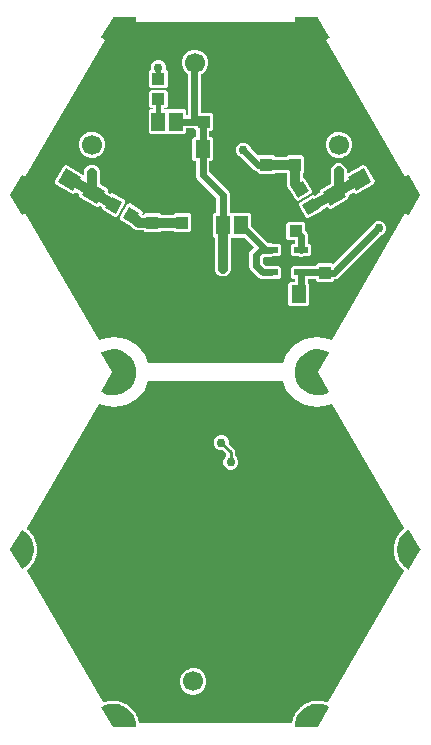
<source format=gbr>
G04 EAGLE Gerber RS-274X export*
G75*
%MOMM*%
%FSLAX34Y34*%
%LPD*%
%INBottom Copper*%
%IPPOS*%
%AMOC8*
5,1,8,0,0,1.08239X$1,22.5*%
G01*
%ADD10C,1.000000*%
%ADD11C,1.700000*%
%ADD12R,1.100000X1.000000*%
%ADD13R,1.300000X1.500000*%
%ADD14R,1.168400X1.600200*%
%ADD15R,1.000000X1.100000*%
%ADD16R,1.200000X0.550000*%
%ADD17C,0.756400*%
%ADD18C,0.254000*%
%ADD19C,0.406400*%
%ADD20C,0.812800*%
%ADD21C,0.609600*%

G36*
X387206Y503044D02*
X387206Y503044D01*
X387224Y503041D01*
X387304Y503063D01*
X387385Y503080D01*
X387400Y503090D01*
X387417Y503094D01*
X387482Y503146D01*
X387551Y503192D01*
X387561Y503207D01*
X387575Y503218D01*
X387634Y503320D01*
X387660Y503360D01*
X387662Y503367D01*
X387666Y503374D01*
X390168Y510250D01*
X396843Y518204D01*
X405836Y523396D01*
X416062Y525199D01*
X426288Y523396D01*
X428326Y522220D01*
X428331Y522218D01*
X428335Y522215D01*
X428426Y522186D01*
X428516Y522156D01*
X428521Y522156D01*
X428526Y522155D01*
X428621Y522164D01*
X428716Y522170D01*
X428720Y522173D01*
X428726Y522173D01*
X428810Y522218D01*
X428894Y522261D01*
X428898Y522265D01*
X428902Y522268D01*
X429019Y522405D01*
X491120Y629972D01*
X493616Y628249D01*
X493643Y628238D01*
X493665Y628219D01*
X493734Y628199D01*
X493799Y628171D01*
X493828Y628171D01*
X493856Y628163D01*
X493927Y628171D01*
X493998Y628171D01*
X494025Y628182D01*
X494054Y628185D01*
X494116Y628220D01*
X494181Y628248D01*
X494202Y628268D01*
X494227Y628283D01*
X494290Y628360D01*
X494320Y628390D01*
X494324Y628400D01*
X494333Y628411D01*
X503833Y644911D01*
X503843Y644943D01*
X503852Y644956D01*
X503856Y644980D01*
X503857Y644984D01*
X503888Y645054D01*
X503888Y645078D01*
X503896Y645100D01*
X503890Y645176D01*
X503891Y645253D01*
X503881Y645277D01*
X503880Y645298D01*
X503859Y645337D01*
X503833Y645409D01*
X494333Y661909D01*
X494314Y661931D01*
X494301Y661957D01*
X494248Y662005D01*
X494201Y662058D01*
X494175Y662071D01*
X494154Y662090D01*
X494086Y662113D01*
X494022Y662144D01*
X493993Y662146D01*
X493966Y662155D01*
X493894Y662150D01*
X493823Y662153D01*
X493796Y662143D01*
X493767Y662141D01*
X493677Y662099D01*
X493637Y662084D01*
X493629Y662077D01*
X493616Y662071D01*
X491120Y660348D01*
X423815Y776928D01*
X426553Y778227D01*
X426577Y778245D01*
X426604Y778255D01*
X426656Y778304D01*
X426713Y778347D01*
X426727Y778372D01*
X426748Y778392D01*
X426777Y778457D01*
X426812Y778519D01*
X426816Y778547D01*
X426828Y778574D01*
X426828Y778645D01*
X426837Y778716D01*
X426829Y778744D01*
X426830Y778773D01*
X426795Y778866D01*
X426783Y778907D01*
X426776Y778916D01*
X426771Y778929D01*
X417232Y795406D01*
X417181Y795463D01*
X417136Y795525D01*
X417116Y795537D01*
X417100Y795555D01*
X417031Y795588D01*
X416965Y795627D01*
X416939Y795631D01*
X416921Y795640D01*
X416876Y795642D01*
X416801Y795655D01*
X397761Y795678D01*
X397733Y795672D01*
X397704Y795674D01*
X397636Y795652D01*
X397566Y795638D01*
X397542Y795622D01*
X397515Y795613D01*
X397461Y795566D01*
X397402Y795526D01*
X397387Y795502D01*
X397365Y795483D01*
X397333Y795418D01*
X397295Y795358D01*
X397290Y795330D01*
X397277Y795304D01*
X397269Y795204D01*
X397262Y795162D01*
X397264Y795152D01*
X397263Y795138D01*
X397507Y792119D01*
X262893Y792119D01*
X263137Y795138D01*
X263134Y795167D01*
X263138Y795195D01*
X263122Y795265D01*
X263113Y795336D01*
X263099Y795361D01*
X263092Y795389D01*
X263050Y795446D01*
X263014Y795508D01*
X262991Y795526D01*
X262974Y795549D01*
X262913Y795585D01*
X262856Y795628D01*
X262828Y795635D01*
X262803Y795650D01*
X262704Y795667D01*
X262663Y795677D01*
X262652Y795675D01*
X262639Y795678D01*
X243599Y795655D01*
X243524Y795639D01*
X243448Y795631D01*
X243427Y795620D01*
X243405Y795615D01*
X243341Y795571D01*
X243274Y795534D01*
X243258Y795514D01*
X243241Y795502D01*
X243217Y795465D01*
X243168Y795406D01*
X233629Y778929D01*
X233619Y778901D01*
X233603Y778877D01*
X233588Y778808D01*
X233565Y778740D01*
X233567Y778711D01*
X233561Y778683D01*
X233575Y778613D01*
X233580Y778542D01*
X233594Y778516D01*
X233599Y778488D01*
X233639Y778428D01*
X233672Y778365D01*
X233694Y778347D01*
X233710Y778323D01*
X233792Y778265D01*
X233825Y778238D01*
X233835Y778235D01*
X233847Y778227D01*
X236585Y776928D01*
X169280Y660348D01*
X166784Y662071D01*
X166757Y662082D01*
X166735Y662101D01*
X166666Y662121D01*
X166601Y662149D01*
X166572Y662149D01*
X166544Y662157D01*
X166473Y662149D01*
X166402Y662150D01*
X166375Y662138D01*
X166346Y662135D01*
X166284Y662100D01*
X166219Y662072D01*
X166198Y662052D01*
X166173Y662037D01*
X166110Y661960D01*
X166080Y661930D01*
X166076Y661920D01*
X166067Y661909D01*
X156567Y645409D01*
X156543Y645336D01*
X156512Y645266D01*
X156512Y645242D01*
X156504Y645220D01*
X156511Y645144D01*
X156510Y645067D01*
X156519Y645043D01*
X156520Y645022D01*
X156541Y644983D01*
X156560Y644931D01*
X156561Y644925D01*
X156563Y644923D01*
X156567Y644911D01*
X166067Y628411D01*
X166086Y628389D01*
X166099Y628363D01*
X166152Y628315D01*
X166199Y628262D01*
X166225Y628249D01*
X166247Y628230D01*
X166314Y628207D01*
X166378Y628176D01*
X166407Y628175D01*
X166434Y628165D01*
X166506Y628170D01*
X166577Y628167D01*
X166604Y628177D01*
X166633Y628179D01*
X166723Y628221D01*
X166763Y628236D01*
X166771Y628243D01*
X166784Y628249D01*
X169280Y629972D01*
X231381Y522405D01*
X231385Y522402D01*
X231387Y522397D01*
X231451Y522326D01*
X231514Y522255D01*
X231519Y522253D01*
X231522Y522249D01*
X231608Y522209D01*
X231694Y522168D01*
X231700Y522168D01*
X231704Y522165D01*
X231799Y522162D01*
X231895Y522157D01*
X231900Y522159D01*
X231905Y522159D01*
X232074Y522220D01*
X234112Y523396D01*
X244338Y525199D01*
X254564Y523396D01*
X263557Y518204D01*
X270232Y510250D01*
X272734Y503374D01*
X272744Y503359D01*
X272748Y503341D01*
X272796Y503274D01*
X272839Y503203D01*
X272853Y503192D01*
X272864Y503178D01*
X272934Y503134D01*
X273001Y503086D01*
X273019Y503082D01*
X273034Y503072D01*
X273150Y503051D01*
X273197Y503040D01*
X273204Y503042D01*
X273211Y503040D01*
X387189Y503040D01*
X387206Y503044D01*
G37*
G36*
X394556Y198210D02*
X394556Y198210D01*
X394601Y198209D01*
X394653Y198229D01*
X394708Y198240D01*
X394745Y198266D01*
X394788Y198282D01*
X394828Y198322D01*
X394874Y198353D01*
X394898Y198391D01*
X394931Y198423D01*
X394957Y198480D01*
X394983Y198521D01*
X394989Y198553D01*
X395004Y198587D01*
X395021Y198656D01*
X395023Y198693D01*
X395034Y198737D01*
X395111Y199707D01*
X395198Y199781D01*
X395240Y199834D01*
X395289Y199882D01*
X395303Y199915D01*
X395322Y199939D01*
X395335Y199987D01*
X395362Y200046D01*
X395545Y200794D01*
X395548Y200862D01*
X395560Y200929D01*
X395552Y200964D01*
X395554Y200994D01*
X395536Y201041D01*
X395523Y201105D01*
X395480Y201211D01*
X395861Y202107D01*
X395868Y202144D01*
X395886Y202184D01*
X396118Y203129D01*
X396216Y203189D01*
X396266Y203235D01*
X396321Y203274D01*
X396341Y203304D01*
X396363Y203325D01*
X396384Y203370D01*
X396420Y203424D01*
X396721Y204133D01*
X396735Y204199D01*
X396757Y204263D01*
X396755Y204300D01*
X396761Y204330D01*
X396752Y204378D01*
X396749Y204443D01*
X396723Y204555D01*
X397242Y205378D01*
X397256Y205413D01*
X397280Y205451D01*
X397661Y206346D01*
X397767Y206389D01*
X397824Y206426D01*
X397884Y206456D01*
X397909Y206483D01*
X397934Y206499D01*
X397962Y206541D01*
X398006Y206589D01*
X398417Y207240D01*
X398441Y207304D01*
X398473Y207363D01*
X398477Y207399D01*
X398488Y207428D01*
X398487Y207477D01*
X398494Y207542D01*
X398487Y207656D01*
X399131Y208386D01*
X399150Y208418D01*
X399180Y208451D01*
X399700Y209274D01*
X399811Y209299D01*
X399873Y209327D01*
X399938Y209346D01*
X399966Y209369D01*
X399994Y209381D01*
X400028Y209418D01*
X400079Y209458D01*
X400589Y210035D01*
X400623Y210094D01*
X400664Y210147D01*
X400672Y210174D01*
X400681Y210188D01*
X400683Y210196D01*
X400690Y210209D01*
X400696Y210258D01*
X400714Y210321D01*
X400725Y210435D01*
X401478Y211051D01*
X401502Y211080D01*
X401537Y211108D01*
X402182Y211837D01*
X402296Y211844D01*
X402361Y211861D01*
X402428Y211870D01*
X402460Y211887D01*
X402490Y211895D01*
X402529Y211926D01*
X402586Y211958D01*
X403182Y212445D01*
X403225Y212498D01*
X403274Y212544D01*
X403289Y212577D01*
X403309Y212600D01*
X403323Y212648D01*
X403351Y212707D01*
X403380Y212818D01*
X404222Y213305D01*
X404250Y213330D01*
X404289Y213352D01*
X405042Y213968D01*
X405157Y213957D01*
X405224Y213963D01*
X405292Y213961D01*
X405325Y213974D01*
X405356Y213977D01*
X405400Y214000D01*
X405461Y214023D01*
X406127Y214408D01*
X406178Y214453D01*
X406234Y214491D01*
X406255Y214521D01*
X406278Y214541D01*
X406299Y214586D01*
X406336Y214640D01*
X406383Y214744D01*
X407292Y215090D01*
X407324Y215110D01*
X407366Y215126D01*
X408208Y215613D01*
X408319Y215583D01*
X408387Y215579D01*
X408453Y215566D01*
X408489Y215573D01*
X408519Y215571D01*
X408566Y215588D01*
X408630Y215600D01*
X409350Y215873D01*
X409407Y215910D01*
X409469Y215938D01*
X409493Y215964D01*
X409519Y215980D01*
X409548Y216021D01*
X409593Y216068D01*
X409656Y216164D01*
X410609Y216360D01*
X410643Y216374D01*
X410688Y216383D01*
X411597Y216729D01*
X411701Y216682D01*
X411767Y216667D01*
X411831Y216643D01*
X411867Y216644D01*
X411897Y216638D01*
X411946Y216646D01*
X412011Y216648D01*
X412766Y216803D01*
X412828Y216829D01*
X412893Y216847D01*
X412922Y216869D01*
X412950Y216881D01*
X412985Y216917D01*
X413037Y216956D01*
X413114Y217040D01*
X414086Y217081D01*
X414123Y217090D01*
X414167Y217091D01*
X415121Y217286D01*
X415216Y217223D01*
X415279Y217198D01*
X415338Y217165D01*
X415374Y217160D01*
X415402Y217148D01*
X415452Y217149D01*
X415517Y217140D01*
X416286Y217172D01*
X416352Y217188D01*
X416419Y217196D01*
X416451Y217212D01*
X416481Y217220D01*
X416521Y217249D01*
X416578Y217280D01*
X416668Y217351D01*
X417635Y217235D01*
X417672Y217238D01*
X417716Y217231D01*
X418688Y217272D01*
X418773Y217194D01*
X418831Y217159D01*
X418883Y217117D01*
X418918Y217106D01*
X418944Y217090D01*
X418993Y217083D01*
X419056Y217064D01*
X419820Y216972D01*
X419847Y216974D01*
X419874Y216969D01*
X419882Y216969D01*
X419916Y216976D01*
X419955Y216974D01*
X419989Y216985D01*
X420020Y216988D01*
X420049Y217003D01*
X420079Y217009D01*
X420099Y217022D01*
X420126Y217031D01*
X420226Y217087D01*
X421161Y216817D01*
X421198Y216814D01*
X421241Y216801D01*
X422207Y216685D01*
X422278Y216595D01*
X422330Y216551D01*
X422375Y216501D01*
X422407Y216485D01*
X422431Y216465D01*
X422478Y216450D01*
X422537Y216421D01*
X423276Y216207D01*
X423344Y216202D01*
X423410Y216188D01*
X423446Y216193D01*
X423476Y216191D01*
X423523Y216206D01*
X423588Y216217D01*
X423696Y216256D01*
X424575Y215840D01*
X424612Y215831D01*
X424652Y215811D01*
X424750Y215782D01*
X424795Y215779D01*
X424837Y215765D01*
X424893Y215771D01*
X424950Y215766D01*
X424992Y215780D01*
X425037Y215784D01*
X425087Y215811D01*
X425140Y215828D01*
X425174Y215858D01*
X425214Y215879D01*
X425255Y215927D01*
X425292Y215960D01*
X425306Y215988D01*
X425330Y216016D01*
X489607Y327350D01*
X489621Y327393D01*
X489645Y327431D01*
X489653Y327487D01*
X489671Y327540D01*
X489668Y327585D01*
X489674Y327630D01*
X489660Y327684D01*
X489656Y327740D01*
X489636Y327780D01*
X489625Y327824D01*
X489587Y327875D01*
X489565Y327919D01*
X489541Y327939D01*
X489519Y327970D01*
X489477Y328010D01*
X489445Y328030D01*
X489413Y328062D01*
X488613Y328615D01*
X488592Y328728D01*
X488567Y328790D01*
X488550Y328856D01*
X488529Y328885D01*
X488518Y328914D01*
X488483Y328949D01*
X488444Y329002D01*
X487885Y329540D01*
X487827Y329576D01*
X487775Y329620D01*
X487741Y329631D01*
X487715Y329647D01*
X487666Y329656D01*
X487604Y329676D01*
X487491Y329692D01*
X486906Y330470D01*
X486879Y330495D01*
X486852Y330531D01*
X486150Y331205D01*
X486148Y331320D01*
X486133Y331386D01*
X486127Y331453D01*
X486111Y331486D01*
X486105Y331516D01*
X486076Y331556D01*
X486047Y331614D01*
X485580Y332235D01*
X485530Y332280D01*
X485485Y332331D01*
X485453Y332348D01*
X485430Y332368D01*
X485383Y332384D01*
X485326Y332415D01*
X485216Y332449D01*
X484764Y333310D01*
X484740Y333339D01*
X484720Y333379D01*
X484136Y334157D01*
X484152Y334271D01*
X484148Y334338D01*
X484153Y334406D01*
X484142Y334440D01*
X484140Y334471D01*
X484118Y334516D01*
X484099Y334578D01*
X483738Y335265D01*
X483695Y335318D01*
X483660Y335375D01*
X483631Y335397D01*
X483612Y335421D01*
X483568Y335444D01*
X483515Y335483D01*
X483413Y335534D01*
X483105Y336457D01*
X483086Y336490D01*
X483073Y336533D01*
X482621Y337394D01*
X482655Y337504D01*
X482662Y337571D01*
X482677Y337637D01*
X482672Y337672D01*
X482675Y337703D01*
X482661Y337751D01*
X482652Y337815D01*
X482406Y338552D01*
X482372Y338610D01*
X482346Y338673D01*
X482321Y338699D01*
X482306Y338725D01*
X482266Y338756D01*
X482221Y338803D01*
X482128Y338869D01*
X481972Y339830D01*
X481959Y339865D01*
X481952Y339909D01*
X481644Y340832D01*
X481695Y340935D01*
X481713Y341000D01*
X481739Y341063D01*
X481740Y341099D01*
X481748Y341128D01*
X481741Y341177D01*
X481742Y341243D01*
X481618Y342009D01*
X481594Y342073D01*
X481579Y342138D01*
X481558Y342168D01*
X481547Y342197D01*
X481513Y342233D01*
X481476Y342286D01*
X481395Y342367D01*
X481395Y343341D01*
X481387Y343377D01*
X481388Y343422D01*
X481232Y344382D01*
X481299Y344475D01*
X481327Y344537D01*
X481363Y344595D01*
X481369Y344630D01*
X481382Y344658D01*
X481383Y344708D01*
X481395Y344772D01*
X481395Y345548D01*
X481381Y345615D01*
X481377Y345682D01*
X481361Y345715D01*
X481355Y345745D01*
X481327Y345786D01*
X481299Y345845D01*
X481232Y345938D01*
X481388Y346898D01*
X481387Y346935D01*
X481395Y346979D01*
X481395Y347953D01*
X481476Y348034D01*
X481513Y348090D01*
X481558Y348141D01*
X481570Y348175D01*
X481587Y348201D01*
X481596Y348249D01*
X481618Y348311D01*
X481742Y349077D01*
X481740Y349145D01*
X481746Y349212D01*
X481736Y349247D01*
X481735Y349278D01*
X481714Y349323D01*
X481695Y349385D01*
X481644Y349488D01*
X481952Y350411D01*
X481957Y350448D01*
X481972Y350490D01*
X482128Y351451D01*
X482221Y351517D01*
X482267Y351567D01*
X482319Y351610D01*
X482336Y351642D01*
X482357Y351664D01*
X482374Y351711D01*
X482406Y351768D01*
X482652Y352505D01*
X482660Y352572D01*
X482677Y352638D01*
X482672Y352673D01*
X482676Y352704D01*
X482663Y352752D01*
X482655Y352816D01*
X482621Y352926D01*
X483073Y353787D01*
X483083Y353823D01*
X483105Y353863D01*
X483413Y354786D01*
X483515Y354837D01*
X483569Y354878D01*
X483627Y354913D01*
X483649Y354941D01*
X483674Y354960D01*
X483698Y355003D01*
X483738Y355055D01*
X484099Y355742D01*
X484104Y355760D01*
X484109Y355769D01*
X484114Y355794D01*
X484118Y355807D01*
X484145Y355869D01*
X484146Y355905D01*
X484155Y355935D01*
X484149Y355984D01*
X484152Y356049D01*
X484136Y356163D01*
X484720Y356941D01*
X484736Y356974D01*
X484764Y357010D01*
X485216Y357871D01*
X485326Y357905D01*
X485385Y357938D01*
X485448Y357962D01*
X485475Y357987D01*
X485501Y358002D01*
X485532Y358041D01*
X485580Y358085D01*
X486047Y358706D01*
X486076Y358767D01*
X486113Y358823D01*
X486120Y358859D01*
X486133Y358886D01*
X486135Y358936D01*
X486148Y359000D01*
X486150Y359115D01*
X486852Y359789D01*
X486873Y359819D01*
X486906Y359850D01*
X487491Y360628D01*
X487604Y360644D01*
X487668Y360666D01*
X487735Y360681D01*
X487764Y360700D01*
X487793Y360711D01*
X487830Y360744D01*
X487885Y360780D01*
X488444Y361318D01*
X488483Y361374D01*
X488529Y361424D01*
X488541Y361458D01*
X488559Y361483D01*
X488569Y361531D01*
X488592Y361592D01*
X488613Y361705D01*
X489413Y362258D01*
X489439Y362285D01*
X489477Y362310D01*
X489519Y362350D01*
X489544Y362387D01*
X489578Y362417D01*
X489601Y362469D01*
X489633Y362515D01*
X489643Y362559D01*
X489661Y362600D01*
X489663Y362656D01*
X489675Y362711D01*
X489666Y362755D01*
X489668Y362800D01*
X489646Y362860D01*
X489637Y362908D01*
X489620Y362934D01*
X489607Y362970D01*
X428897Y468125D01*
X428894Y468128D01*
X428892Y468133D01*
X428828Y468203D01*
X428765Y468275D01*
X428760Y468277D01*
X428757Y468281D01*
X428670Y468321D01*
X428584Y468362D01*
X428579Y468362D01*
X428574Y468365D01*
X428480Y468368D01*
X428384Y468373D01*
X428379Y468371D01*
X428374Y468371D01*
X428204Y468310D01*
X426288Y467204D01*
X416062Y465401D01*
X405836Y467204D01*
X396843Y472396D01*
X390168Y480350D01*
X387573Y487480D01*
X387564Y487495D01*
X387560Y487513D01*
X387512Y487580D01*
X387469Y487651D01*
X387454Y487662D01*
X387444Y487676D01*
X387373Y487720D01*
X387306Y487769D01*
X387289Y487773D01*
X387274Y487782D01*
X387158Y487803D01*
X387111Y487814D01*
X387104Y487813D01*
X387096Y487814D01*
X273304Y487814D01*
X273286Y487810D01*
X273269Y487813D01*
X273189Y487791D01*
X273107Y487774D01*
X273092Y487764D01*
X273075Y487760D01*
X273010Y487708D01*
X272941Y487662D01*
X272932Y487647D01*
X272918Y487636D01*
X272858Y487534D01*
X272832Y487494D01*
X272831Y487487D01*
X272827Y487480D01*
X270232Y480350D01*
X263557Y472396D01*
X254564Y467204D01*
X244338Y465401D01*
X234112Y467204D01*
X232196Y468310D01*
X232191Y468312D01*
X232187Y468315D01*
X232096Y468344D01*
X232006Y468374D01*
X232000Y468374D01*
X231995Y468375D01*
X231901Y468366D01*
X231806Y468360D01*
X231801Y468357D01*
X231796Y468357D01*
X231711Y468311D01*
X231627Y468269D01*
X231624Y468265D01*
X231619Y468262D01*
X231503Y468125D01*
X170793Y362970D01*
X170779Y362927D01*
X170755Y362888D01*
X170747Y362833D01*
X170729Y362780D01*
X170732Y362735D01*
X170726Y362690D01*
X170740Y362636D01*
X170744Y362580D01*
X170764Y362540D01*
X170775Y362496D01*
X170813Y362445D01*
X170835Y362401D01*
X170859Y362380D01*
X170881Y362350D01*
X170923Y362310D01*
X170955Y362290D01*
X170987Y362258D01*
X171787Y361705D01*
X171808Y361592D01*
X171833Y361530D01*
X171850Y361464D01*
X171871Y361435D01*
X171882Y361406D01*
X171917Y361371D01*
X171956Y361318D01*
X172515Y360780D01*
X172573Y360744D01*
X172625Y360700D01*
X172659Y360689D01*
X172685Y360673D01*
X172734Y360664D01*
X172796Y360644D01*
X172909Y360628D01*
X173494Y359850D01*
X173521Y359825D01*
X173548Y359789D01*
X174250Y359115D01*
X174252Y359000D01*
X174267Y358934D01*
X174273Y358867D01*
X174289Y358834D01*
X174295Y358804D01*
X174324Y358764D01*
X174353Y358706D01*
X174820Y358085D01*
X174870Y358040D01*
X174915Y357989D01*
X174947Y357972D01*
X174970Y357952D01*
X175017Y357936D01*
X175074Y357905D01*
X175184Y357871D01*
X175636Y357010D01*
X175660Y356981D01*
X175680Y356941D01*
X176264Y356163D01*
X176248Y356049D01*
X176252Y355982D01*
X176247Y355914D01*
X176258Y355880D01*
X176260Y355849D01*
X176282Y355804D01*
X176298Y355753D01*
X176299Y355750D01*
X176299Y355749D01*
X176301Y355742D01*
X176662Y355055D01*
X176705Y355002D01*
X176740Y354945D01*
X176769Y354923D01*
X176788Y354899D01*
X176832Y354876D01*
X176885Y354837D01*
X176987Y354786D01*
X177295Y353863D01*
X177314Y353830D01*
X177327Y353787D01*
X177779Y352926D01*
X177745Y352816D01*
X177738Y352749D01*
X177723Y352683D01*
X177728Y352648D01*
X177725Y352617D01*
X177739Y352569D01*
X177748Y352505D01*
X177994Y351768D01*
X178028Y351710D01*
X178054Y351647D01*
X178079Y351621D01*
X178094Y351595D01*
X178134Y351564D01*
X178179Y351517D01*
X178272Y351451D01*
X178428Y350490D01*
X178441Y350455D01*
X178448Y350411D01*
X178756Y349488D01*
X178705Y349385D01*
X178687Y349320D01*
X178661Y349257D01*
X178660Y349221D01*
X178652Y349192D01*
X178659Y349143D01*
X178658Y349077D01*
X178782Y348311D01*
X178806Y348247D01*
X178821Y348182D01*
X178842Y348152D01*
X178853Y348123D01*
X178887Y348087D01*
X178924Y348034D01*
X179005Y347953D01*
X179005Y346979D01*
X179013Y346943D01*
X179012Y346898D01*
X179168Y345938D01*
X179101Y345845D01*
X179073Y345783D01*
X179037Y345726D01*
X179031Y345690D01*
X179018Y345662D01*
X179017Y345612D01*
X179005Y345548D01*
X179005Y344772D01*
X179019Y344705D01*
X179023Y344638D01*
X179039Y344605D01*
X179045Y344575D01*
X179073Y344534D01*
X179101Y344475D01*
X179168Y344382D01*
X179012Y343422D01*
X179013Y343385D01*
X179005Y343341D01*
X179005Y342367D01*
X178924Y342286D01*
X178887Y342230D01*
X178842Y342179D01*
X178830Y342145D01*
X178813Y342119D01*
X178804Y342071D01*
X178782Y342009D01*
X178658Y341243D01*
X178660Y341175D01*
X178654Y341108D01*
X178664Y341073D01*
X178665Y341042D01*
X178686Y340997D01*
X178705Y340935D01*
X178756Y340832D01*
X178448Y339909D01*
X178443Y339872D01*
X178428Y339830D01*
X178272Y338869D01*
X178179Y338803D01*
X178133Y338753D01*
X178081Y338710D01*
X178064Y338678D01*
X178043Y338656D01*
X178026Y338609D01*
X177994Y338552D01*
X177748Y337815D01*
X177740Y337748D01*
X177723Y337682D01*
X177728Y337647D01*
X177724Y337616D01*
X177737Y337568D01*
X177745Y337504D01*
X177779Y337394D01*
X177327Y336533D01*
X177317Y336497D01*
X177295Y336457D01*
X176987Y335534D01*
X176885Y335483D01*
X176831Y335442D01*
X176773Y335407D01*
X176751Y335379D01*
X176726Y335360D01*
X176702Y335317D01*
X176662Y335265D01*
X176301Y334578D01*
X176282Y334513D01*
X176255Y334451D01*
X176254Y334415D01*
X176245Y334385D01*
X176251Y334336D01*
X176248Y334271D01*
X176264Y334157D01*
X175680Y333379D01*
X175664Y333346D01*
X175636Y333310D01*
X175184Y332449D01*
X175074Y332415D01*
X175015Y332382D01*
X174952Y332358D01*
X174925Y332333D01*
X174899Y332318D01*
X174868Y332279D01*
X174820Y332235D01*
X174353Y331614D01*
X174324Y331553D01*
X174287Y331497D01*
X174280Y331461D01*
X174267Y331434D01*
X174265Y331384D01*
X174252Y331320D01*
X174250Y331205D01*
X173548Y330531D01*
X173527Y330501D01*
X173494Y330470D01*
X172909Y329692D01*
X172796Y329676D01*
X172732Y329654D01*
X172665Y329639D01*
X172636Y329620D01*
X172607Y329609D01*
X172570Y329576D01*
X172515Y329540D01*
X171956Y329002D01*
X171917Y328946D01*
X171871Y328896D01*
X171859Y328862D01*
X171841Y328837D01*
X171831Y328789D01*
X171808Y328728D01*
X171787Y328615D01*
X170987Y328062D01*
X170961Y328035D01*
X170923Y328010D01*
X170881Y327970D01*
X170856Y327933D01*
X170822Y327903D01*
X170799Y327851D01*
X170767Y327805D01*
X170757Y327761D01*
X170739Y327720D01*
X170737Y327664D01*
X170725Y327609D01*
X170734Y327565D01*
X170732Y327520D01*
X170754Y327460D01*
X170763Y327412D01*
X170780Y327386D01*
X170793Y327350D01*
X235070Y216016D01*
X235100Y215983D01*
X235121Y215943D01*
X235165Y215908D01*
X235203Y215866D01*
X235243Y215846D01*
X235278Y215818D01*
X235332Y215803D01*
X235383Y215779D01*
X235428Y215776D01*
X235471Y215764D01*
X235534Y215771D01*
X235583Y215768D01*
X235613Y215779D01*
X235650Y215782D01*
X235748Y215811D01*
X235781Y215828D01*
X235825Y215840D01*
X236704Y216256D01*
X236812Y216217D01*
X236879Y216207D01*
X236944Y216189D01*
X236980Y216193D01*
X237011Y216188D01*
X237059Y216201D01*
X237124Y216207D01*
X237863Y216421D01*
X237924Y216452D01*
X237987Y216475D01*
X238014Y216499D01*
X238041Y216513D01*
X238073Y216551D01*
X238122Y216595D01*
X238193Y216685D01*
X239159Y216801D01*
X239194Y216813D01*
X239239Y216817D01*
X240174Y217087D01*
X240274Y217031D01*
X240310Y217020D01*
X240341Y217001D01*
X240373Y216995D01*
X240400Y216982D01*
X240436Y216980D01*
X240465Y216971D01*
X240492Y216974D01*
X240518Y216969D01*
X240526Y216969D01*
X240549Y216974D01*
X240580Y216972D01*
X241344Y217064D01*
X241409Y217085D01*
X241475Y217098D01*
X241506Y217117D01*
X241535Y217127D01*
X241572Y217159D01*
X241627Y217194D01*
X241712Y217272D01*
X242684Y217231D01*
X242721Y217237D01*
X242765Y217235D01*
X243732Y217351D01*
X243822Y217280D01*
X243882Y217249D01*
X243938Y217211D01*
X243973Y217203D01*
X244001Y217190D01*
X244050Y217186D01*
X244114Y217172D01*
X244883Y217140D01*
X244950Y217151D01*
X245018Y217153D01*
X245051Y217167D01*
X245081Y217172D01*
X245124Y217198D01*
X245184Y217223D01*
X245279Y217286D01*
X246233Y217091D01*
X246270Y217091D01*
X246314Y217081D01*
X247286Y217040D01*
X247363Y216956D01*
X247418Y216916D01*
X247467Y216870D01*
X247501Y216856D01*
X247525Y216838D01*
X247574Y216827D01*
X247635Y216803D01*
X248389Y216648D01*
X248457Y216648D01*
X248524Y216639D01*
X248559Y216647D01*
X248589Y216647D01*
X248635Y216666D01*
X248698Y216682D01*
X248803Y216729D01*
X249712Y216383D01*
X249749Y216377D01*
X249791Y216360D01*
X250744Y216164D01*
X250807Y216068D01*
X250855Y216020D01*
X250896Y215966D01*
X250927Y215948D01*
X250948Y215926D01*
X250994Y215907D01*
X251050Y215873D01*
X251770Y215600D01*
X251837Y215588D01*
X251901Y215569D01*
X251937Y215572D01*
X251968Y215567D01*
X252016Y215578D01*
X252081Y215584D01*
X252192Y215613D01*
X253034Y215126D01*
X253069Y215114D01*
X253108Y215090D01*
X254017Y214744D01*
X254064Y214640D01*
X254103Y214585D01*
X254135Y214525D01*
X254163Y214501D01*
X254180Y214477D01*
X254223Y214451D01*
X254273Y214408D01*
X254939Y214023D01*
X255003Y214001D01*
X255064Y213971D01*
X255100Y213968D01*
X255129Y213958D01*
X255178Y213962D01*
X255243Y213957D01*
X255358Y213968D01*
X256111Y213352D01*
X256143Y213334D01*
X256178Y213305D01*
X257020Y212818D01*
X257049Y212707D01*
X257079Y212646D01*
X257101Y212582D01*
X257125Y212555D01*
X257138Y212527D01*
X257176Y212495D01*
X257218Y212445D01*
X257814Y211958D01*
X257874Y211926D01*
X257929Y211887D01*
X257964Y211878D01*
X257991Y211864D01*
X258041Y211859D01*
X258104Y211844D01*
X258218Y211837D01*
X258863Y211108D01*
X258893Y211085D01*
X258922Y211051D01*
X259675Y210435D01*
X259686Y210321D01*
X259706Y210256D01*
X259717Y210189D01*
X259725Y210176D01*
X259727Y210169D01*
X259737Y210154D01*
X259745Y210129D01*
X259777Y210091D01*
X259811Y210035D01*
X260321Y209458D01*
X260375Y209417D01*
X260423Y209370D01*
X260456Y209356D01*
X260480Y209337D01*
X260529Y209325D01*
X260589Y209299D01*
X260700Y209274D01*
X261220Y208451D01*
X261245Y208424D01*
X261269Y208386D01*
X261913Y207656D01*
X261906Y207542D01*
X261915Y207475D01*
X261916Y207407D01*
X261929Y207374D01*
X261933Y207344D01*
X261959Y207301D01*
X261983Y207240D01*
X262394Y206589D01*
X262441Y206540D01*
X262481Y206485D01*
X262511Y206466D01*
X262532Y206444D01*
X262578Y206424D01*
X262633Y206389D01*
X262739Y206346D01*
X263120Y205451D01*
X263141Y205420D01*
X263158Y205378D01*
X263677Y204555D01*
X263651Y204443D01*
X263650Y204376D01*
X263639Y204309D01*
X263647Y204274D01*
X263646Y204243D01*
X263665Y204197D01*
X263679Y204133D01*
X263980Y203424D01*
X264018Y203368D01*
X264049Y203308D01*
X264076Y203284D01*
X264093Y203259D01*
X264135Y203232D01*
X264184Y203189D01*
X264282Y203129D01*
X264514Y202184D01*
X264530Y202151D01*
X264539Y202107D01*
X264920Y201211D01*
X264877Y201105D01*
X264865Y201038D01*
X264843Y200974D01*
X264846Y200938D01*
X264840Y200908D01*
X264851Y200859D01*
X264855Y200794D01*
X265038Y200046D01*
X265067Y199985D01*
X265087Y199921D01*
X265110Y199893D01*
X265123Y199865D01*
X265160Y199832D01*
X265202Y199781D01*
X265289Y199707D01*
X265366Y198737D01*
X265376Y198701D01*
X265379Y198656D01*
X265396Y198587D01*
X265415Y198546D01*
X265425Y198502D01*
X265457Y198456D01*
X265481Y198406D01*
X265515Y198375D01*
X265541Y198339D01*
X265588Y198309D01*
X265630Y198272D01*
X265673Y198257D01*
X265711Y198233D01*
X265773Y198222D01*
X265819Y198205D01*
X265851Y198207D01*
X265888Y198201D01*
X394512Y198201D01*
X394556Y198210D01*
G37*
%LPC*%
G36*
X369068Y574191D02*
X369068Y574191D01*
X367014Y575042D01*
X359752Y582304D01*
X358901Y584358D01*
X358901Y595472D01*
X359752Y597526D01*
X362578Y600351D01*
X362581Y600356D01*
X362585Y600359D01*
X362636Y600439D01*
X362689Y600518D01*
X362690Y600523D01*
X362692Y600528D01*
X362708Y600622D01*
X362726Y600715D01*
X362725Y600720D01*
X362726Y600725D01*
X362704Y600818D01*
X362685Y600911D01*
X362682Y600916D01*
X362680Y600921D01*
X362578Y601069D01*
X354577Y609070D01*
X354570Y609074D01*
X354566Y609080D01*
X354487Y609129D01*
X354410Y609181D01*
X354402Y609182D01*
X354395Y609186D01*
X354218Y609218D01*
X344896Y609218D01*
X344529Y609585D01*
X344524Y609588D01*
X344521Y609592D01*
X344441Y609644D01*
X344362Y609696D01*
X344357Y609697D01*
X344352Y609700D01*
X344258Y609716D01*
X344165Y609734D01*
X344160Y609733D01*
X344155Y609734D01*
X344062Y609712D01*
X343969Y609692D01*
X343965Y609689D01*
X343959Y609688D01*
X343811Y609585D01*
X343303Y609077D01*
X343299Y609071D01*
X343293Y609066D01*
X343244Y608987D01*
X343192Y608910D01*
X343191Y608902D01*
X343187Y608896D01*
X343155Y608718D01*
X343155Y581616D01*
X342149Y579189D01*
X340291Y577331D01*
X339635Y577059D01*
X338411Y576552D01*
X337864Y576325D01*
X335236Y576325D01*
X332809Y577331D01*
X330951Y579189D01*
X329945Y581616D01*
X329945Y608718D01*
X329944Y608726D01*
X329945Y608734D01*
X329924Y608824D01*
X329906Y608915D01*
X329901Y608922D01*
X329899Y608929D01*
X329797Y609077D01*
X328167Y610707D01*
X328167Y628813D01*
X329656Y630302D01*
X330454Y630302D01*
X330459Y630303D01*
X330464Y630302D01*
X330557Y630323D01*
X330651Y630341D01*
X330655Y630344D01*
X330660Y630345D01*
X330738Y630401D01*
X330816Y630454D01*
X330819Y630458D01*
X330823Y630461D01*
X330874Y630543D01*
X330926Y630622D01*
X330926Y630627D01*
X330929Y630632D01*
X330961Y630809D01*
X330961Y642635D01*
X330960Y642643D01*
X330961Y642650D01*
X330940Y642740D01*
X330922Y642831D01*
X330917Y642838D01*
X330915Y642846D01*
X330813Y642994D01*
X314692Y659114D01*
X313841Y661168D01*
X313841Y673982D01*
X313840Y673987D01*
X313841Y673992D01*
X313820Y674085D01*
X313802Y674179D01*
X313799Y674183D01*
X313798Y674188D01*
X313742Y674266D01*
X313689Y674344D01*
X313685Y674347D01*
X313682Y674351D01*
X313600Y674402D01*
X313521Y674454D01*
X313516Y674454D01*
X313511Y674457D01*
X313334Y674489D01*
X311878Y674489D01*
X310389Y675978D01*
X310389Y693082D01*
X311878Y694571D01*
X313334Y694571D01*
X313339Y694572D01*
X313344Y694571D01*
X313437Y694592D01*
X313531Y694610D01*
X313535Y694613D01*
X313540Y694614D01*
X313618Y694670D01*
X313696Y694723D01*
X313699Y694727D01*
X313703Y694730D01*
X313754Y694812D01*
X313806Y694891D01*
X313806Y694896D01*
X313809Y694901D01*
X313841Y695078D01*
X313841Y699675D01*
X313840Y699683D01*
X313841Y699691D01*
X313820Y699781D01*
X313802Y699872D01*
X313797Y699879D01*
X313795Y699886D01*
X313693Y700034D01*
X312380Y701347D01*
X312368Y701397D01*
X312350Y701491D01*
X312347Y701495D01*
X312346Y701500D01*
X312290Y701578D01*
X312237Y701656D01*
X312233Y701659D01*
X312230Y701663D01*
X312148Y701714D01*
X312069Y701766D01*
X312064Y701766D01*
X312059Y701769D01*
X311882Y701801D01*
X306070Y701801D01*
X306065Y701800D01*
X306060Y701801D01*
X305967Y701780D01*
X305873Y701762D01*
X305869Y701759D01*
X305864Y701758D01*
X305786Y701702D01*
X305708Y701649D01*
X305705Y701645D01*
X305701Y701642D01*
X305650Y701560D01*
X305598Y701481D01*
X305598Y701476D01*
X305595Y701471D01*
X305563Y701294D01*
X305563Y698337D01*
X304074Y696848D01*
X290286Y696848D01*
X289919Y697215D01*
X289914Y697218D01*
X289911Y697222D01*
X289831Y697274D01*
X289752Y697326D01*
X289747Y697327D01*
X289742Y697330D01*
X289648Y697346D01*
X289555Y697364D01*
X289550Y697363D01*
X289545Y697364D01*
X289452Y697342D01*
X289359Y697322D01*
X289355Y697319D01*
X289349Y697318D01*
X289201Y697215D01*
X288834Y696848D01*
X275046Y696848D01*
X273557Y698337D01*
X273557Y716443D01*
X275046Y717932D01*
X276860Y717932D01*
X276865Y717933D01*
X276870Y717932D01*
X276963Y717953D01*
X277057Y717971D01*
X277061Y717974D01*
X277066Y717975D01*
X277144Y718031D01*
X277222Y718084D01*
X277225Y718088D01*
X277229Y718091D01*
X277280Y718173D01*
X277332Y718252D01*
X277332Y718257D01*
X277335Y718262D01*
X277367Y718439D01*
X277367Y718782D01*
X277366Y718787D01*
X277367Y718792D01*
X277346Y718885D01*
X277328Y718979D01*
X277325Y718983D01*
X277324Y718988D01*
X277268Y719066D01*
X277215Y719144D01*
X277211Y719147D01*
X277208Y719151D01*
X277126Y719202D01*
X277047Y719254D01*
X277042Y719254D01*
X277037Y719257D01*
X276860Y719289D01*
X275388Y719289D01*
X273899Y720778D01*
X273899Y732882D01*
X275388Y734371D01*
X288492Y734371D01*
X289981Y732882D01*
X289981Y720778D01*
X288492Y719289D01*
X287020Y719289D01*
X287015Y719288D01*
X287010Y719289D01*
X286917Y719268D01*
X286823Y719250D01*
X286819Y719247D01*
X286814Y719246D01*
X286736Y719190D01*
X286658Y719137D01*
X286655Y719133D01*
X286651Y719130D01*
X286600Y719048D01*
X286548Y718969D01*
X286548Y718964D01*
X286545Y718959D01*
X286513Y718782D01*
X286513Y718439D01*
X286514Y718434D01*
X286513Y718429D01*
X286534Y718336D01*
X286552Y718242D01*
X286555Y718238D01*
X286556Y718233D01*
X286612Y718155D01*
X286665Y718077D01*
X286669Y718074D01*
X286672Y718070D01*
X286754Y718019D01*
X286833Y717967D01*
X286838Y717967D01*
X286843Y717964D01*
X287020Y717932D01*
X288834Y717932D01*
X289201Y717565D01*
X289206Y717562D01*
X289209Y717558D01*
X289289Y717507D01*
X289368Y717454D01*
X289373Y717453D01*
X289378Y717450D01*
X289472Y717434D01*
X289565Y717416D01*
X289570Y717417D01*
X289576Y717416D01*
X289668Y717438D01*
X289761Y717458D01*
X289766Y717461D01*
X289771Y717462D01*
X289919Y717565D01*
X290286Y717932D01*
X304074Y717932D01*
X305563Y716443D01*
X305563Y713486D01*
X305564Y713481D01*
X305563Y713476D01*
X305584Y713383D01*
X305602Y713289D01*
X305605Y713285D01*
X305606Y713280D01*
X305662Y713202D01*
X305715Y713124D01*
X305719Y713121D01*
X305722Y713117D01*
X305804Y713066D01*
X305883Y713014D01*
X305888Y713014D01*
X305893Y713011D01*
X306070Y712979D01*
X306324Y712979D01*
X306329Y712980D01*
X306334Y712979D01*
X306427Y713000D01*
X306521Y713018D01*
X306525Y713021D01*
X306530Y713022D01*
X306608Y713078D01*
X306686Y713131D01*
X306689Y713135D01*
X306693Y713138D01*
X306744Y713220D01*
X306796Y713299D01*
X306796Y713304D01*
X306799Y713309D01*
X306831Y713486D01*
X306831Y747332D01*
X306830Y747338D01*
X306831Y747344D01*
X306810Y747436D01*
X306792Y747528D01*
X306788Y747534D01*
X306787Y747540D01*
X306732Y747616D01*
X306679Y747694D01*
X306674Y747697D01*
X306670Y747703D01*
X306518Y747800D01*
X306446Y747830D01*
X303340Y750936D01*
X301659Y754994D01*
X301659Y759386D01*
X303340Y763444D01*
X306446Y766550D01*
X307170Y766850D01*
X308394Y767357D01*
X308395Y767357D01*
X309619Y767864D01*
X310504Y768231D01*
X314896Y768231D01*
X318954Y766550D01*
X322060Y763444D01*
X323741Y759386D01*
X323741Y754994D01*
X322060Y750936D01*
X318954Y747830D01*
X318322Y747568D01*
X318316Y747565D01*
X318310Y747563D01*
X318233Y747509D01*
X318155Y747456D01*
X318152Y747451D01*
X318147Y747447D01*
X318097Y747367D01*
X318045Y747289D01*
X318044Y747282D01*
X318041Y747277D01*
X318009Y747100D01*
X318009Y715438D01*
X318010Y715433D01*
X318009Y715428D01*
X318030Y715335D01*
X318048Y715241D01*
X318051Y715237D01*
X318052Y715232D01*
X318108Y715154D01*
X318161Y715076D01*
X318165Y715073D01*
X318168Y715069D01*
X318250Y715018D01*
X318329Y714966D01*
X318334Y714966D01*
X318339Y714963D01*
X318516Y714931D01*
X326982Y714931D01*
X328471Y713442D01*
X328471Y701338D01*
X326982Y699849D01*
X325526Y699849D01*
X325521Y699848D01*
X325516Y699849D01*
X325423Y699828D01*
X325329Y699810D01*
X325325Y699807D01*
X325320Y699806D01*
X325242Y699750D01*
X325164Y699697D01*
X325161Y699693D01*
X325157Y699690D01*
X325106Y699608D01*
X325054Y699529D01*
X325054Y699524D01*
X325051Y699519D01*
X325019Y699342D01*
X325019Y695078D01*
X325020Y695073D01*
X325019Y695068D01*
X325040Y694975D01*
X325058Y694881D01*
X325061Y694877D01*
X325062Y694872D01*
X325118Y694794D01*
X325171Y694716D01*
X325175Y694713D01*
X325178Y694709D01*
X325260Y694658D01*
X325339Y694606D01*
X325344Y694606D01*
X325349Y694603D01*
X325526Y694571D01*
X326982Y694571D01*
X328471Y693082D01*
X328471Y675978D01*
X326982Y674489D01*
X325526Y674489D01*
X325521Y674488D01*
X325516Y674489D01*
X325423Y674468D01*
X325329Y674450D01*
X325325Y674447D01*
X325320Y674446D01*
X325242Y674390D01*
X325164Y674337D01*
X325161Y674333D01*
X325157Y674330D01*
X325106Y674248D01*
X325054Y674169D01*
X325054Y674164D01*
X325051Y674159D01*
X325019Y673982D01*
X325019Y664805D01*
X325020Y664797D01*
X325019Y664790D01*
X325040Y664700D01*
X325058Y664609D01*
X325063Y664602D01*
X325065Y664594D01*
X325167Y664446D01*
X341288Y648326D01*
X342139Y646272D01*
X342139Y630809D01*
X342140Y630804D01*
X342139Y630799D01*
X342160Y630706D01*
X342178Y630612D01*
X342181Y630608D01*
X342182Y630603D01*
X342238Y630525D01*
X342291Y630447D01*
X342295Y630444D01*
X342298Y630440D01*
X342380Y630389D01*
X342459Y630337D01*
X342464Y630337D01*
X342469Y630334D01*
X342646Y630302D01*
X343444Y630302D01*
X343811Y629935D01*
X343816Y629932D01*
X343819Y629928D01*
X343899Y629877D01*
X343978Y629824D01*
X343983Y629823D01*
X343988Y629820D01*
X344082Y629804D01*
X344175Y629786D01*
X344180Y629787D01*
X344186Y629786D01*
X344278Y629808D01*
X344371Y629828D01*
X344376Y629831D01*
X344381Y629832D01*
X344529Y629935D01*
X344896Y630302D01*
X358684Y630302D01*
X360173Y628813D01*
X360173Y619491D01*
X360174Y619483D01*
X360173Y619476D01*
X360194Y619386D01*
X360212Y619295D01*
X360217Y619288D01*
X360219Y619280D01*
X360321Y619132D01*
X374936Y604517D01*
X374943Y604513D01*
X374947Y604507D01*
X375026Y604458D01*
X375103Y604406D01*
X375111Y604405D01*
X375118Y604401D01*
X375295Y604369D01*
X378002Y604369D01*
X378628Y604109D01*
X378637Y604108D01*
X378645Y604103D01*
X378822Y604071D01*
X383942Y604071D01*
X385431Y602582D01*
X385431Y594978D01*
X383942Y593489D01*
X378822Y593489D01*
X378813Y593487D01*
X378804Y593489D01*
X378628Y593451D01*
X378626Y593450D01*
X378625Y593450D01*
X378243Y593291D01*
X378242Y593291D01*
X378002Y593191D01*
X371435Y593191D01*
X371427Y593190D01*
X371420Y593191D01*
X371330Y593170D01*
X371239Y593152D01*
X371232Y593147D01*
X371224Y593145D01*
X371076Y593043D01*
X370227Y592194D01*
X370223Y592187D01*
X370217Y592183D01*
X370168Y592104D01*
X370116Y592027D01*
X370115Y592019D01*
X370111Y592012D01*
X370079Y591835D01*
X370079Y587995D01*
X370080Y587987D01*
X370079Y587980D01*
X370100Y587890D01*
X370118Y587799D01*
X370123Y587792D01*
X370125Y587784D01*
X370227Y587636D01*
X372346Y585517D01*
X372353Y585513D01*
X372357Y585507D01*
X372436Y585458D01*
X372513Y585406D01*
X372521Y585405D01*
X372528Y585401D01*
X372705Y585369D01*
X378002Y585369D01*
X378628Y585109D01*
X378637Y585108D01*
X378645Y585103D01*
X378822Y585071D01*
X383942Y585071D01*
X385431Y583582D01*
X385431Y575978D01*
X383942Y574489D01*
X378822Y574489D01*
X378813Y574487D01*
X378804Y574489D01*
X378628Y574451D01*
X378626Y574450D01*
X378625Y574450D01*
X378002Y574191D01*
X369068Y574191D01*
G37*
%LPD*%
%LPC*%
G36*
X393108Y551299D02*
X393108Y551299D01*
X391619Y552788D01*
X391619Y569892D01*
X393108Y571381D01*
X396794Y571381D01*
X396799Y571382D01*
X396804Y571381D01*
X396897Y571402D01*
X396991Y571420D01*
X396995Y571423D01*
X397000Y571424D01*
X397078Y571480D01*
X397156Y571533D01*
X397159Y571537D01*
X397163Y571540D01*
X397214Y571622D01*
X397266Y571701D01*
X397266Y571706D01*
X397269Y571711D01*
X397301Y571888D01*
X397301Y573982D01*
X397300Y573987D01*
X397301Y573992D01*
X397280Y574085D01*
X397262Y574179D01*
X397259Y574183D01*
X397258Y574188D01*
X397202Y574266D01*
X397149Y574344D01*
X397145Y574347D01*
X397142Y574351D01*
X397060Y574402D01*
X396981Y574454D01*
X396976Y574454D01*
X396971Y574457D01*
X396794Y574489D01*
X395838Y574489D01*
X394349Y575978D01*
X394349Y583582D01*
X395838Y585071D01*
X400958Y585071D01*
X400967Y585073D01*
X400976Y585071D01*
X401152Y585109D01*
X401154Y585110D01*
X401155Y585110D01*
X401502Y585254D01*
X401778Y585369D01*
X414862Y585369D01*
X414867Y585370D01*
X414872Y585369D01*
X414965Y585390D01*
X415059Y585408D01*
X415063Y585411D01*
X415068Y585412D01*
X415146Y585468D01*
X415224Y585521D01*
X415227Y585525D01*
X415231Y585528D01*
X415282Y585610D01*
X415334Y585689D01*
X415334Y585694D01*
X415337Y585699D01*
X415369Y585876D01*
X415369Y586062D01*
X416858Y587551D01*
X428962Y587551D01*
X429456Y587057D01*
X429460Y587054D01*
X429463Y587050D01*
X429544Y586999D01*
X429623Y586946D01*
X429628Y586945D01*
X429633Y586942D01*
X429726Y586926D01*
X429820Y586909D01*
X429825Y586910D01*
X429830Y586909D01*
X429923Y586930D01*
X430016Y586950D01*
X430020Y586953D01*
X430025Y586954D01*
X430173Y587057D01*
X462740Y619624D01*
X462745Y619632D01*
X462753Y619637D01*
X462850Y619788D01*
X463270Y620802D01*
X465048Y622580D01*
X465557Y622791D01*
X466781Y623298D01*
X466782Y623298D01*
X467372Y623543D01*
X469888Y623543D01*
X472212Y622580D01*
X473990Y620802D01*
X474953Y618478D01*
X474953Y615962D01*
X473990Y613638D01*
X472212Y611860D01*
X471468Y611552D01*
X470244Y611045D01*
X469867Y610889D01*
X469859Y610884D01*
X469850Y610881D01*
X469702Y610779D01*
X435339Y576416D01*
X433696Y574772D01*
X433094Y574523D01*
X431869Y574016D01*
X431869Y574015D01*
X431642Y573921D01*
X430958Y573921D01*
X430953Y573920D01*
X430948Y573921D01*
X430855Y573900D01*
X430761Y573882D01*
X430757Y573879D01*
X430752Y573878D01*
X430674Y573822D01*
X430596Y573769D01*
X430593Y573765D01*
X430589Y573762D01*
X430538Y573680D01*
X430486Y573601D01*
X430486Y573596D01*
X430483Y573591D01*
X430451Y573414D01*
X430451Y572958D01*
X428962Y571469D01*
X416858Y571469D01*
X415369Y572958D01*
X415369Y573684D01*
X415368Y573689D01*
X415369Y573694D01*
X415348Y573787D01*
X415330Y573881D01*
X415327Y573885D01*
X415326Y573890D01*
X415270Y573968D01*
X415217Y574046D01*
X415213Y574049D01*
X415210Y574053D01*
X415128Y574104D01*
X415049Y574156D01*
X415044Y574156D01*
X415039Y574159D01*
X414862Y574191D01*
X408986Y574191D01*
X408981Y574190D01*
X408976Y574191D01*
X408883Y574170D01*
X408789Y574152D01*
X408785Y574149D01*
X408780Y574148D01*
X408702Y574092D01*
X408624Y574039D01*
X408621Y574035D01*
X408617Y574032D01*
X408566Y573950D01*
X408514Y573871D01*
X408514Y573866D01*
X408511Y573861D01*
X408479Y573684D01*
X408479Y571325D01*
X408480Y571317D01*
X408479Y571309D01*
X408500Y571219D01*
X408518Y571128D01*
X408523Y571121D01*
X408525Y571114D01*
X408627Y570966D01*
X409701Y569892D01*
X409701Y552788D01*
X408212Y551299D01*
X393108Y551299D01*
G37*
%LPD*%
%LPC*%
G36*
X406713Y625997D02*
X406713Y625997D01*
X400660Y636480D01*
X401205Y638513D01*
X412554Y645065D01*
X414106Y644650D01*
X414202Y644644D01*
X414299Y644636D01*
X414302Y644637D01*
X414306Y644637D01*
X414338Y644648D01*
X414471Y644690D01*
X418167Y646612D01*
X418180Y646622D01*
X418196Y646628D01*
X418258Y646685D01*
X418323Y646737D01*
X418331Y646752D01*
X418343Y646763D01*
X418378Y646840D01*
X418418Y646914D01*
X418420Y646930D01*
X418427Y646945D01*
X418429Y647029D01*
X418438Y647113D01*
X418433Y647129D01*
X418433Y647146D01*
X418392Y647261D01*
X418386Y647279D01*
X418933Y649321D01*
X427746Y654408D01*
X427801Y654457D01*
X427861Y654500D01*
X427876Y654523D01*
X427896Y654541D01*
X427928Y654608D01*
X427967Y654670D01*
X427972Y654699D01*
X427983Y654721D01*
X427986Y654775D01*
X427999Y654848D01*
X427999Y666794D01*
X429005Y669221D01*
X430863Y671079D01*
X431846Y671487D01*
X431847Y671487D01*
X433071Y671994D01*
X433290Y672085D01*
X435918Y672085D01*
X438345Y671079D01*
X440203Y669221D01*
X441209Y666794D01*
X441209Y663295D01*
X441216Y663258D01*
X441214Y663221D01*
X441236Y663161D01*
X441248Y663098D01*
X441269Y663068D01*
X441282Y663032D01*
X441325Y662985D01*
X441361Y662933D01*
X441392Y662912D01*
X441417Y662885D01*
X441476Y662858D01*
X441529Y662823D01*
X441566Y662817D01*
X441600Y662801D01*
X441663Y662799D01*
X441726Y662788D01*
X441763Y662796D01*
X441800Y662795D01*
X441870Y662820D01*
X441922Y662831D01*
X441942Y662846D01*
X441970Y662856D01*
X455336Y670573D01*
X457369Y670028D01*
X464922Y656947D01*
X464377Y654914D01*
X449564Y646362D01*
X447531Y646906D01*
X447353Y647213D01*
X447349Y647219D01*
X447346Y647226D01*
X447282Y647294D01*
X447221Y647364D01*
X447214Y647367D01*
X447209Y647372D01*
X447124Y647410D01*
X447040Y647451D01*
X447033Y647451D01*
X447026Y647454D01*
X446933Y647457D01*
X446840Y647461D01*
X446833Y647459D01*
X446826Y647459D01*
X446657Y647397D01*
X443251Y645393D01*
X443249Y645391D01*
X443246Y645390D01*
X443173Y645323D01*
X443102Y645260D01*
X443100Y645257D01*
X443098Y645255D01*
X443057Y645166D01*
X443016Y645078D01*
X443016Y645075D01*
X443014Y645072D01*
X443011Y644975D01*
X443007Y644878D01*
X443008Y644875D01*
X443008Y644872D01*
X443069Y644702D01*
X443332Y644247D01*
X442787Y642214D01*
X427974Y633662D01*
X425941Y634206D01*
X425491Y634985D01*
X425429Y635056D01*
X425368Y635128D01*
X425363Y635131D01*
X425359Y635135D01*
X425273Y635177D01*
X425190Y635219D01*
X425184Y635220D01*
X425178Y635223D01*
X425084Y635228D01*
X424990Y635235D01*
X424984Y635233D01*
X424978Y635233D01*
X424936Y635218D01*
X424818Y635181D01*
X420518Y632945D01*
X420503Y632933D01*
X420485Y632927D01*
X420425Y632871D01*
X420361Y632820D01*
X420352Y632803D01*
X420338Y632790D01*
X420291Y632688D01*
X420266Y632643D01*
X420266Y632635D01*
X420262Y632627D01*
X420095Y632004D01*
X408746Y625452D01*
X406713Y625997D01*
G37*
%LPD*%
%LPC*%
G36*
X234837Y632773D02*
X234837Y632773D01*
X234309Y634741D01*
X234308Y634744D01*
X234308Y634747D01*
X234263Y634834D01*
X234220Y634921D01*
X234218Y634923D01*
X234217Y634925D01*
X234082Y635044D01*
X232736Y635857D01*
X232727Y635860D01*
X232719Y635867D01*
X232632Y635894D01*
X232548Y635924D01*
X232537Y635924D01*
X232527Y635927D01*
X232437Y635919D01*
X232347Y635914D01*
X232338Y635909D01*
X232328Y635908D01*
X232248Y635866D01*
X232167Y635826D01*
X232160Y635819D01*
X232151Y635814D01*
X232035Y635676D01*
X231919Y635476D01*
X229886Y634932D01*
X215073Y643484D01*
X214528Y645517D01*
X214689Y645796D01*
X214692Y645803D01*
X214697Y645810D01*
X214724Y645898D01*
X214753Y645986D01*
X214753Y645994D01*
X214755Y646002D01*
X214745Y646093D01*
X214738Y646186D01*
X214735Y646193D01*
X214734Y646201D01*
X214690Y646282D01*
X214648Y646364D01*
X214641Y646369D01*
X214637Y646377D01*
X214499Y646491D01*
X212566Y647578D01*
X212564Y647579D01*
X212562Y647580D01*
X212469Y647610D01*
X212376Y647640D01*
X212373Y647640D01*
X212371Y647641D01*
X212275Y647632D01*
X212176Y647623D01*
X212174Y647622D01*
X212172Y647622D01*
X212086Y647576D01*
X211998Y647530D01*
X211997Y647528D01*
X211995Y647527D01*
X211878Y647390D01*
X211599Y646906D01*
X209566Y646362D01*
X194753Y654914D01*
X194208Y656947D01*
X201761Y670028D01*
X203794Y670573D01*
X218430Y662122D01*
X218466Y662111D01*
X218497Y662090D01*
X218560Y662079D01*
X218620Y662058D01*
X218658Y662061D01*
X218694Y662055D01*
X218757Y662068D01*
X218820Y662073D01*
X218853Y662090D01*
X218890Y662098D01*
X218942Y662135D01*
X218999Y662164D01*
X219023Y662193D01*
X219053Y662214D01*
X219087Y662268D01*
X219128Y662317D01*
X219140Y662353D01*
X219159Y662384D01*
X219172Y662457D01*
X219188Y662508D01*
X219186Y662533D01*
X219191Y662562D01*
X219191Y665524D01*
X220197Y667951D01*
X222055Y669809D01*
X222431Y669965D01*
X223655Y670472D01*
X224482Y670815D01*
X227110Y670815D01*
X229537Y669809D01*
X231395Y667951D01*
X232401Y665524D01*
X232401Y654651D01*
X232415Y654579D01*
X232422Y654505D01*
X232435Y654481D01*
X232440Y654455D01*
X232482Y654394D01*
X232517Y654328D01*
X232539Y654310D01*
X232553Y654289D01*
X232598Y654260D01*
X232654Y654212D01*
X238927Y650591D01*
X239472Y648557D01*
X239148Y647997D01*
X239118Y647908D01*
X239084Y647807D01*
X239096Y647642D01*
X239099Y647607D01*
X239147Y647512D01*
X239190Y647428D01*
X239325Y647309D01*
X240931Y646339D01*
X240943Y646335D01*
X240953Y646327D01*
X241037Y646301D01*
X241120Y646272D01*
X241133Y646272D01*
X241145Y646269D01*
X241292Y646281D01*
X241320Y646282D01*
X241322Y646283D01*
X241324Y646283D01*
X242878Y646700D01*
X253361Y640647D01*
X253905Y638614D01*
X247353Y627265D01*
X245320Y626720D01*
X234837Y632773D01*
G37*
%LPD*%
%LPC*%
G36*
X398213Y640719D02*
X398213Y640719D01*
X392975Y649791D01*
X392939Y649832D01*
X392894Y649896D01*
X391911Y650880D01*
X390905Y653307D01*
X390905Y663252D01*
X390904Y663259D01*
X390905Y663267D01*
X390884Y663357D01*
X390866Y663448D01*
X390861Y663455D01*
X390859Y663462D01*
X390757Y663610D01*
X390170Y664197D01*
X390164Y664201D01*
X390159Y664207D01*
X390080Y664256D01*
X390003Y664308D01*
X389996Y664309D01*
X389989Y664313D01*
X389812Y664345D01*
X381078Y664345D01*
X381071Y664344D01*
X381063Y664345D01*
X380973Y664324D01*
X380882Y664306D01*
X380875Y664301D01*
X380868Y664299D01*
X380720Y664197D01*
X379432Y662909D01*
X367328Y662909D01*
X365839Y664398D01*
X365839Y664854D01*
X365838Y664859D01*
X365839Y664863D01*
X365839Y664864D01*
X365818Y664957D01*
X365800Y665051D01*
X365797Y665055D01*
X365796Y665060D01*
X365740Y665138D01*
X365687Y665216D01*
X365683Y665219D01*
X365680Y665223D01*
X365598Y665274D01*
X365519Y665326D01*
X365514Y665326D01*
X365509Y665329D01*
X365332Y665361D01*
X365238Y665361D01*
X363184Y666212D01*
X352202Y677195D01*
X352194Y677200D01*
X352189Y677207D01*
X352037Y677304D01*
X350358Y678000D01*
X348580Y679778D01*
X347617Y682102D01*
X347617Y684618D01*
X348580Y686942D01*
X350358Y688720D01*
X350390Y688733D01*
X351615Y689240D01*
X351615Y689241D01*
X352682Y689683D01*
X355198Y689683D01*
X357522Y688720D01*
X359300Y686942D01*
X359996Y685263D01*
X360001Y685255D01*
X360003Y685246D01*
X360105Y685098D01*
X366412Y678792D01*
X366416Y678789D01*
X366419Y678785D01*
X366499Y678734D01*
X366579Y678681D01*
X366584Y678680D01*
X366588Y678677D01*
X366682Y678661D01*
X366775Y678644D01*
X366781Y678645D01*
X366786Y678644D01*
X366878Y678665D01*
X366972Y678685D01*
X366976Y678688D01*
X366981Y678689D01*
X367129Y678792D01*
X367328Y678991D01*
X379432Y678991D01*
X380720Y677703D01*
X380726Y677699D01*
X380731Y677693D01*
X380809Y677644D01*
X380887Y677592D01*
X380895Y677591D01*
X380901Y677587D01*
X381078Y677555D01*
X389812Y677555D01*
X389819Y677556D01*
X389827Y677555D01*
X389917Y677576D01*
X390008Y677594D01*
X390015Y677599D01*
X390022Y677601D01*
X390170Y677703D01*
X391458Y678991D01*
X403562Y678991D01*
X405051Y677502D01*
X405051Y664398D01*
X404263Y663610D01*
X404259Y663604D01*
X404253Y663599D01*
X404204Y663521D01*
X404152Y663443D01*
X404151Y663435D01*
X404147Y663429D01*
X404115Y663252D01*
X404115Y660161D01*
X404123Y660122D01*
X404121Y660082D01*
X404142Y660025D01*
X404154Y659964D01*
X404177Y659931D01*
X404191Y659894D01*
X404233Y659849D01*
X404267Y659799D01*
X404300Y659777D01*
X404328Y659748D01*
X404391Y659718D01*
X404435Y659689D01*
X404462Y659684D01*
X404491Y659671D01*
X406087Y659243D01*
X412140Y648760D01*
X411595Y646727D01*
X400246Y640175D01*
X398213Y640719D01*
G37*
%LPD*%
%LPC*%
G36*
X270808Y613869D02*
X270808Y613869D01*
X269520Y615157D01*
X269514Y615161D01*
X269509Y615167D01*
X269430Y615216D01*
X269353Y615268D01*
X269345Y615269D01*
X269339Y615273D01*
X269161Y615305D01*
X263807Y615305D01*
X261380Y616311D01*
X258736Y618954D01*
X258691Y618985D01*
X258631Y619035D01*
X249559Y624273D01*
X249015Y626306D01*
X255567Y637655D01*
X257600Y638200D01*
X268083Y632147D01*
X268628Y630114D01*
X268144Y629276D01*
X268132Y629240D01*
X268111Y629209D01*
X268100Y629146D01*
X268080Y629086D01*
X268082Y629048D01*
X268076Y629012D01*
X268090Y628949D01*
X268094Y628886D01*
X268111Y628853D01*
X268119Y628816D01*
X268156Y628764D01*
X268185Y628707D01*
X268214Y628683D01*
X268235Y628653D01*
X268290Y628619D01*
X268338Y628578D01*
X268374Y628566D01*
X268406Y628547D01*
X268479Y628534D01*
X268530Y628518D01*
X268554Y628520D01*
X268583Y628515D01*
X269161Y628515D01*
X269169Y628516D01*
X269177Y628515D01*
X269267Y628536D01*
X269358Y628554D01*
X269365Y628559D01*
X269372Y628561D01*
X269520Y628663D01*
X270808Y629951D01*
X282912Y629951D01*
X284200Y628663D01*
X284206Y628659D01*
X284211Y628653D01*
X284290Y628604D01*
X284367Y628552D01*
X284375Y628551D01*
X284381Y628547D01*
X284559Y628515D01*
X286574Y628515D01*
X287664Y628063D01*
X287673Y628062D01*
X287680Y628057D01*
X287858Y628025D01*
X294212Y628025D01*
X294217Y628026D01*
X294222Y628025D01*
X294315Y628046D01*
X294409Y628064D01*
X294413Y628067D01*
X294418Y628068D01*
X294496Y628124D01*
X294574Y628177D01*
X294577Y628181D01*
X294581Y628184D01*
X294632Y628266D01*
X294684Y628345D01*
X294684Y628350D01*
X294687Y628355D01*
X294704Y628447D01*
X296208Y629951D01*
X308312Y629951D01*
X309801Y628462D01*
X309801Y615358D01*
X308312Y613869D01*
X296208Y613869D01*
X295410Y614667D01*
X295404Y614671D01*
X295399Y614677D01*
X295321Y614726D01*
X295243Y614778D01*
X295235Y614779D01*
X295229Y614783D01*
X295052Y614815D01*
X284436Y614815D01*
X284341Y614855D01*
X284334Y614856D01*
X284329Y614860D01*
X284236Y614875D01*
X284144Y614893D01*
X284138Y614892D01*
X284131Y614893D01*
X284040Y614872D01*
X283948Y614853D01*
X283942Y614849D01*
X283936Y614848D01*
X283788Y614745D01*
X282912Y613869D01*
X270808Y613869D01*
G37*
%LPD*%
G36*
X417569Y475645D02*
X417569Y475645D01*
X417616Y475643D01*
X420654Y476008D01*
X420686Y476019D01*
X420732Y476024D01*
X423672Y476872D01*
X423702Y476888D01*
X423748Y476900D01*
X426514Y478209D01*
X426536Y478226D01*
X426563Y478236D01*
X426615Y478285D01*
X426673Y478328D01*
X426687Y478353D01*
X426708Y478372D01*
X426737Y478438D01*
X426773Y478500D01*
X426776Y478528D01*
X426788Y478554D01*
X426789Y478626D01*
X426798Y478697D01*
X426790Y478724D01*
X426791Y478753D01*
X426755Y478848D01*
X426744Y478888D01*
X426737Y478897D01*
X426733Y478909D01*
X417376Y495160D01*
X426733Y511411D01*
X426742Y511438D01*
X426758Y511462D01*
X426773Y511532D01*
X426796Y511600D01*
X426793Y511628D01*
X426799Y511656D01*
X426786Y511727D01*
X426780Y511798D01*
X426767Y511823D01*
X426761Y511851D01*
X426721Y511911D01*
X426688Y511974D01*
X426666Y511992D01*
X426650Y512016D01*
X426567Y512074D01*
X426535Y512101D01*
X426524Y512104D01*
X426514Y512111D01*
X423748Y513420D01*
X423715Y513428D01*
X423672Y513448D01*
X420732Y514296D01*
X420698Y514299D01*
X420654Y514312D01*
X417616Y514677D01*
X417582Y514674D01*
X417535Y514680D01*
X414478Y514553D01*
X414445Y514545D01*
X414398Y514544D01*
X411401Y513928D01*
X411370Y513915D01*
X411324Y513906D01*
X408464Y512817D01*
X408436Y512799D01*
X408392Y512783D01*
X405744Y511249D01*
X405718Y511227D01*
X405678Y511204D01*
X403310Y509266D01*
X403288Y509239D01*
X403252Y509210D01*
X401225Y506917D01*
X401209Y506888D01*
X401177Y506853D01*
X399545Y504265D01*
X399533Y504233D01*
X399508Y504194D01*
X398312Y501377D01*
X398305Y501344D01*
X398302Y501337D01*
X398298Y501331D01*
X398297Y501325D01*
X398286Y501301D01*
X397558Y498329D01*
X397556Y498295D01*
X397545Y498250D01*
X397302Y495200D01*
X397306Y495171D01*
X397301Y495143D01*
X397303Y495133D01*
X397302Y495120D01*
X397545Y492070D01*
X397554Y492038D01*
X397558Y491991D01*
X398286Y489019D01*
X398301Y488988D01*
X398312Y488943D01*
X399508Y486126D01*
X399527Y486098D01*
X399545Y486055D01*
X401177Y483467D01*
X401201Y483443D01*
X401225Y483403D01*
X403252Y481110D01*
X403279Y481090D01*
X403310Y481054D01*
X405678Y479116D01*
X405708Y479100D01*
X405744Y479071D01*
X408392Y477538D01*
X408424Y477527D01*
X408464Y477503D01*
X411324Y476415D01*
X411357Y476409D01*
X411401Y476392D01*
X414398Y475776D01*
X414432Y475776D01*
X414478Y475767D01*
X417535Y475640D01*
X417569Y475645D01*
G37*
G36*
X245922Y475767D02*
X245922Y475767D01*
X245955Y475775D01*
X246002Y475776D01*
X248999Y476392D01*
X249030Y476405D01*
X249076Y476415D01*
X251936Y477503D01*
X251965Y477521D01*
X252008Y477538D01*
X254656Y479071D01*
X254682Y479093D01*
X254723Y479116D01*
X257090Y481054D01*
X257112Y481081D01*
X257148Y481110D01*
X259175Y483403D01*
X259192Y483432D01*
X259223Y483467D01*
X260855Y486055D01*
X260867Y486087D01*
X260892Y486126D01*
X262088Y488943D01*
X262095Y488976D01*
X262114Y489019D01*
X262842Y491991D01*
X262844Y492025D01*
X262855Y492070D01*
X263098Y495120D01*
X263094Y495149D01*
X263099Y495177D01*
X263097Y495187D01*
X263098Y495200D01*
X262855Y498250D01*
X262846Y498282D01*
X262842Y498329D01*
X262114Y501301D01*
X262099Y501332D01*
X262088Y501377D01*
X260892Y504194D01*
X260873Y504222D01*
X260855Y504265D01*
X259223Y506853D01*
X259199Y506877D01*
X259175Y506917D01*
X257148Y509210D01*
X257121Y509230D01*
X257090Y509266D01*
X254723Y511204D01*
X254692Y511220D01*
X254656Y511249D01*
X252008Y512783D01*
X251976Y512793D01*
X251936Y512817D01*
X249076Y513906D01*
X249043Y513911D01*
X248999Y513928D01*
X246002Y514544D01*
X245968Y514544D01*
X245922Y514553D01*
X242865Y514680D01*
X242831Y514675D01*
X242784Y514677D01*
X239746Y514312D01*
X239714Y514301D01*
X239668Y514296D01*
X236728Y513448D01*
X236698Y513432D01*
X236653Y513420D01*
X233887Y512111D01*
X233864Y512094D01*
X233837Y512084D01*
X233785Y512035D01*
X233727Y511992D01*
X233713Y511967D01*
X233692Y511948D01*
X233663Y511882D01*
X233627Y511820D01*
X233624Y511792D01*
X233612Y511766D01*
X233611Y511694D01*
X233602Y511623D01*
X233610Y511596D01*
X233610Y511567D01*
X233645Y511472D01*
X233656Y511432D01*
X233663Y511423D01*
X233667Y511411D01*
X243024Y495160D01*
X233667Y478909D01*
X233658Y478882D01*
X233642Y478858D01*
X233627Y478788D01*
X233604Y478720D01*
X233607Y478692D01*
X233601Y478664D01*
X233615Y478594D01*
X233620Y478522D01*
X233633Y478497D01*
X233639Y478469D01*
X233679Y478409D01*
X233712Y478346D01*
X233734Y478328D01*
X233750Y478304D01*
X233833Y478246D01*
X233865Y478219D01*
X233876Y478216D01*
X233887Y478209D01*
X236653Y476900D01*
X236686Y476892D01*
X236728Y476872D01*
X239668Y476024D01*
X239702Y476021D01*
X239746Y476008D01*
X242784Y475643D01*
X242818Y475646D01*
X242865Y475640D01*
X245922Y475767D01*
G37*
%LPC*%
G36*
X401778Y593191D02*
X401778Y593191D01*
X401152Y593451D01*
X401143Y593452D01*
X401135Y593457D01*
X400958Y593489D01*
X395838Y593489D01*
X394349Y594978D01*
X394349Y602582D01*
X395838Y604071D01*
X396794Y604071D01*
X396799Y604072D01*
X396804Y604071D01*
X396897Y604092D01*
X396991Y604110D01*
X396995Y604113D01*
X397000Y604114D01*
X397078Y604170D01*
X397156Y604223D01*
X397159Y604227D01*
X397163Y604230D01*
X397214Y604312D01*
X397266Y604391D01*
X397266Y604396D01*
X397269Y604401D01*
X397301Y604578D01*
X397301Y606632D01*
X397300Y606637D01*
X397301Y606642D01*
X397280Y606735D01*
X397262Y606829D01*
X397259Y606833D01*
X397258Y606838D01*
X397202Y606916D01*
X397149Y606994D01*
X397145Y606997D01*
X397142Y607001D01*
X397060Y607052D01*
X396981Y607104D01*
X396976Y607104D01*
X396971Y607107D01*
X396794Y607139D01*
X391838Y607139D01*
X390349Y608628D01*
X390349Y620732D01*
X391838Y622221D01*
X404942Y622221D01*
X406431Y620732D01*
X406431Y614753D01*
X406432Y614745D01*
X406431Y614738D01*
X406452Y614648D01*
X406470Y614557D01*
X406475Y614550D01*
X406477Y614542D01*
X406579Y614394D01*
X407628Y613346D01*
X408479Y611292D01*
X408479Y604578D01*
X408480Y604573D01*
X408479Y604568D01*
X408500Y604475D01*
X408518Y604381D01*
X408521Y604377D01*
X408522Y604372D01*
X408578Y604294D01*
X408631Y604216D01*
X408635Y604213D01*
X408638Y604209D01*
X408720Y604158D01*
X408799Y604106D01*
X408804Y604106D01*
X408809Y604103D01*
X408986Y604071D01*
X409942Y604071D01*
X411431Y602582D01*
X411431Y594978D01*
X409942Y593489D01*
X404822Y593489D01*
X404813Y593487D01*
X404804Y593489D01*
X404628Y593451D01*
X404626Y593450D01*
X404625Y593450D01*
X404243Y593291D01*
X404242Y593291D01*
X404002Y593191D01*
X401778Y593191D01*
G37*
%LPD*%
G36*
X493927Y328171D02*
X493927Y328171D01*
X493998Y328171D01*
X494025Y328182D01*
X494054Y328185D01*
X494116Y328220D01*
X494181Y328248D01*
X494202Y328268D01*
X494227Y328283D01*
X494290Y328360D01*
X494320Y328390D01*
X494324Y328400D01*
X494333Y328411D01*
X503833Y344911D01*
X503843Y344943D01*
X503852Y344956D01*
X503856Y344980D01*
X503857Y344984D01*
X503888Y345054D01*
X503888Y345078D01*
X503896Y345100D01*
X503890Y345176D01*
X503891Y345253D01*
X503881Y345277D01*
X503880Y345298D01*
X503859Y345337D01*
X503833Y345409D01*
X494333Y361909D01*
X494314Y361931D01*
X494301Y361957D01*
X494248Y362005D01*
X494201Y362058D01*
X494175Y362071D01*
X494154Y362090D01*
X494086Y362113D01*
X494022Y362144D01*
X493993Y362146D01*
X493966Y362155D01*
X493894Y362150D01*
X493823Y362153D01*
X493796Y362143D01*
X493767Y362141D01*
X493677Y362099D01*
X493637Y362084D01*
X493629Y362077D01*
X493616Y362071D01*
X491093Y360329D01*
X491069Y360305D01*
X491031Y360278D01*
X488819Y358154D01*
X488800Y358126D01*
X488766Y358094D01*
X486924Y355643D01*
X486910Y355612D01*
X486881Y355575D01*
X485456Y352860D01*
X485447Y352829D01*
X485431Y352804D01*
X485430Y352796D01*
X485425Y352786D01*
X484454Y349878D01*
X484450Y349844D01*
X484435Y349800D01*
X483943Y346773D01*
X483944Y346739D01*
X483936Y346693D01*
X483936Y343627D01*
X483937Y343623D01*
X483937Y343621D01*
X483943Y343594D01*
X483943Y343547D01*
X484435Y340520D01*
X484447Y340489D01*
X484454Y340442D01*
X485425Y337534D01*
X485442Y337505D01*
X485456Y337460D01*
X486881Y334745D01*
X486903Y334719D01*
X486924Y334677D01*
X488766Y332226D01*
X488791Y332203D01*
X488819Y332166D01*
X491031Y330042D01*
X491059Y330024D01*
X491093Y329991D01*
X493616Y328249D01*
X493643Y328238D01*
X493665Y328219D01*
X493734Y328199D01*
X493799Y328171D01*
X493828Y328171D01*
X493856Y328163D01*
X493927Y328171D01*
G37*
G36*
X166506Y328170D02*
X166506Y328170D01*
X166577Y328167D01*
X166604Y328177D01*
X166633Y328179D01*
X166723Y328221D01*
X166763Y328236D01*
X166771Y328243D01*
X166784Y328249D01*
X169307Y329991D01*
X169331Y330015D01*
X169369Y330042D01*
X171581Y332166D01*
X171600Y332194D01*
X171634Y332226D01*
X173476Y334677D01*
X173490Y334708D01*
X173519Y334745D01*
X174944Y337460D01*
X174953Y337493D01*
X174975Y337534D01*
X175946Y340442D01*
X175950Y340476D01*
X175965Y340520D01*
X176457Y343547D01*
X176456Y343581D01*
X176464Y343627D01*
X176464Y346693D01*
X176457Y346726D01*
X176457Y346773D01*
X175965Y349800D01*
X175953Y349831D01*
X175946Y349878D01*
X174975Y352786D01*
X174962Y352809D01*
X174956Y352834D01*
X174949Y352843D01*
X174944Y352860D01*
X173519Y355575D01*
X173497Y355601D01*
X173476Y355643D01*
X171634Y358094D01*
X171609Y358117D01*
X171581Y358154D01*
X169369Y360278D01*
X169341Y360296D01*
X169307Y360329D01*
X166784Y362071D01*
X166757Y362082D01*
X166735Y362101D01*
X166666Y362121D01*
X166601Y362149D01*
X166572Y362149D01*
X166544Y362157D01*
X166473Y362149D01*
X166402Y362150D01*
X166375Y362138D01*
X166346Y362135D01*
X166284Y362100D01*
X166219Y362072D01*
X166198Y362052D01*
X166173Y362037D01*
X166110Y361960D01*
X166080Y361930D01*
X166076Y361920D01*
X166067Y361909D01*
X156567Y345409D01*
X156543Y345336D01*
X156512Y345266D01*
X156512Y345242D01*
X156504Y345220D01*
X156511Y345144D01*
X156510Y345067D01*
X156519Y345043D01*
X156520Y345022D01*
X156541Y344983D01*
X156560Y344931D01*
X156561Y344925D01*
X156563Y344923D01*
X156567Y344911D01*
X166067Y328411D01*
X166086Y328389D01*
X166099Y328363D01*
X166152Y328315D01*
X166199Y328262D01*
X166225Y328249D01*
X166247Y328230D01*
X166314Y328207D01*
X166378Y328176D01*
X166407Y328175D01*
X166434Y328165D01*
X166506Y328170D01*
G37*
G36*
X416876Y194676D02*
X416876Y194676D01*
X416954Y194685D01*
X416973Y194696D01*
X416995Y194700D01*
X417059Y194744D01*
X417127Y194783D01*
X417143Y194802D01*
X417159Y194813D01*
X417183Y194851D01*
X417233Y194911D01*
X426733Y211411D01*
X426742Y211438D01*
X426758Y211462D01*
X426773Y211532D01*
X426796Y211600D01*
X426793Y211628D01*
X426799Y211656D01*
X426786Y211727D01*
X426780Y211798D01*
X426767Y211823D01*
X426761Y211851D01*
X426721Y211911D01*
X426688Y211974D01*
X426666Y211992D01*
X426650Y212016D01*
X426567Y212074D01*
X426535Y212101D01*
X426524Y212104D01*
X426514Y212111D01*
X423748Y213420D01*
X423715Y213428D01*
X423672Y213448D01*
X420732Y214296D01*
X420698Y214299D01*
X420654Y214312D01*
X417616Y214677D01*
X417582Y214674D01*
X417535Y214680D01*
X414478Y214553D01*
X414445Y214545D01*
X414398Y214544D01*
X411401Y213928D01*
X411370Y213915D01*
X411324Y213906D01*
X408464Y212817D01*
X408436Y212799D01*
X408392Y212783D01*
X405744Y211249D01*
X405718Y211227D01*
X405678Y211204D01*
X403310Y209266D01*
X403288Y209239D01*
X403252Y209210D01*
X401225Y206917D01*
X401209Y206888D01*
X401177Y206853D01*
X399545Y204265D01*
X399533Y204233D01*
X399508Y204194D01*
X398312Y201377D01*
X398305Y201344D01*
X398302Y201337D01*
X398298Y201331D01*
X398297Y201325D01*
X398286Y201301D01*
X397558Y198329D01*
X397556Y198295D01*
X397545Y198250D01*
X397302Y195200D01*
X397306Y195171D01*
X397301Y195143D01*
X397318Y195074D01*
X397326Y195002D01*
X397341Y194978D01*
X397347Y194950D01*
X397390Y194892D01*
X397426Y194830D01*
X397448Y194813D01*
X397465Y194790D01*
X397527Y194753D01*
X397584Y194710D01*
X397612Y194703D01*
X397636Y194688D01*
X397736Y194672D01*
X397777Y194661D01*
X397787Y194663D01*
X397800Y194661D01*
X416800Y194661D01*
X416876Y194676D01*
G37*
G36*
X262628Y194666D02*
X262628Y194666D01*
X262656Y194664D01*
X262724Y194686D01*
X262795Y194700D01*
X262818Y194716D01*
X262845Y194725D01*
X262900Y194772D01*
X262959Y194813D01*
X262974Y194837D01*
X262996Y194855D01*
X263027Y194920D01*
X263066Y194980D01*
X263071Y195008D01*
X263083Y195034D01*
X263092Y195135D01*
X263099Y195177D01*
X263097Y195187D01*
X263098Y195200D01*
X262855Y198250D01*
X262846Y198282D01*
X262842Y198329D01*
X262114Y201301D01*
X262099Y201332D01*
X262088Y201377D01*
X260892Y204194D01*
X260873Y204222D01*
X260855Y204265D01*
X259223Y206853D01*
X259199Y206877D01*
X259175Y206917D01*
X257148Y209210D01*
X257121Y209230D01*
X257090Y209266D01*
X254723Y211204D01*
X254692Y211220D01*
X254656Y211249D01*
X252008Y212783D01*
X251976Y212793D01*
X251936Y212817D01*
X249076Y213906D01*
X249043Y213911D01*
X248999Y213928D01*
X246002Y214544D01*
X245968Y214544D01*
X245922Y214553D01*
X242865Y214680D01*
X242831Y214675D01*
X242784Y214677D01*
X239746Y214312D01*
X239714Y214301D01*
X239668Y214296D01*
X236728Y213448D01*
X236698Y213432D01*
X236653Y213420D01*
X233887Y212111D01*
X233864Y212094D01*
X233837Y212084D01*
X233785Y212035D01*
X233727Y211992D01*
X233713Y211967D01*
X233692Y211948D01*
X233663Y211882D01*
X233627Y211820D01*
X233624Y211792D01*
X233612Y211766D01*
X233611Y211694D01*
X233602Y211623D01*
X233610Y211596D01*
X233610Y211567D01*
X233645Y211472D01*
X233656Y211432D01*
X233663Y211423D01*
X233667Y211411D01*
X243167Y194911D01*
X243219Y194853D01*
X243265Y194790D01*
X243284Y194779D01*
X243299Y194762D01*
X243369Y194728D01*
X243436Y194688D01*
X243461Y194684D01*
X243478Y194676D01*
X243523Y194674D01*
X243600Y194661D01*
X262600Y194661D01*
X262628Y194666D01*
G37*
%LPC*%
G36*
X309234Y222369D02*
X309234Y222369D01*
X305176Y224050D01*
X302070Y227156D01*
X300389Y231214D01*
X300389Y235606D01*
X302070Y239664D01*
X305176Y242770D01*
X305438Y242878D01*
X306662Y243386D01*
X307887Y243893D01*
X309111Y244400D01*
X309112Y244400D01*
X309234Y244451D01*
X313626Y244451D01*
X317684Y242770D01*
X320790Y239664D01*
X322471Y235606D01*
X322471Y231214D01*
X320790Y227156D01*
X317684Y224050D01*
X317638Y224031D01*
X316413Y223524D01*
X315189Y223016D01*
X315188Y223016D01*
X313964Y222509D01*
X313626Y222369D01*
X309234Y222369D01*
G37*
%LPD*%
%LPC*%
G36*
X223600Y676884D02*
X223600Y676884D01*
X219542Y678565D01*
X216436Y681670D01*
X214755Y685728D01*
X214755Y690121D01*
X216436Y694179D01*
X219542Y697284D01*
X219716Y697356D01*
X219716Y697357D01*
X220940Y697864D01*
X220941Y697864D01*
X222165Y698371D01*
X223390Y698878D01*
X223600Y698965D01*
X227992Y698965D01*
X232050Y697284D01*
X235156Y694179D01*
X236837Y690121D01*
X236837Y685728D01*
X235156Y681670D01*
X232050Y678565D01*
X231916Y678509D01*
X230691Y678002D01*
X229467Y677495D01*
X229467Y677494D01*
X228242Y676987D01*
X227992Y676884D01*
X223600Y676884D01*
G37*
%LPD*%
%LPC*%
G36*
X432408Y676884D02*
X432408Y676884D01*
X428350Y678565D01*
X425244Y681670D01*
X423563Y685728D01*
X423563Y690121D01*
X425244Y694179D01*
X428350Y697284D01*
X428524Y697356D01*
X428524Y697357D01*
X429748Y697864D01*
X429749Y697864D01*
X430973Y698371D01*
X432198Y698878D01*
X432408Y698965D01*
X436800Y698965D01*
X440858Y697284D01*
X443964Y694179D01*
X445645Y690121D01*
X445645Y685728D01*
X443964Y681670D01*
X440858Y678565D01*
X440724Y678509D01*
X439499Y678002D01*
X438275Y677495D01*
X438274Y677494D01*
X437050Y676987D01*
X436800Y676884D01*
X432408Y676884D01*
G37*
%LPD*%
%LPC*%
G36*
X275388Y736289D02*
X275388Y736289D01*
X273899Y737778D01*
X273899Y749882D01*
X275469Y751452D01*
X275473Y751458D01*
X275479Y751463D01*
X275528Y751542D01*
X275580Y751619D01*
X275581Y751627D01*
X275585Y751633D01*
X275617Y751811D01*
X275617Y754368D01*
X276580Y756692D01*
X278358Y758470D01*
X278995Y758734D01*
X280219Y759241D01*
X280682Y759433D01*
X283198Y759433D01*
X285522Y758470D01*
X287300Y756692D01*
X288263Y754368D01*
X288263Y751811D01*
X288264Y751803D01*
X288263Y751795D01*
X288284Y751705D01*
X288302Y751614D01*
X288307Y751607D01*
X288309Y751600D01*
X288411Y751452D01*
X289981Y749882D01*
X289981Y737778D01*
X288492Y736289D01*
X275388Y736289D01*
G37*
%LPD*%
%LPC*%
G36*
X342032Y412777D02*
X342032Y412777D01*
X339708Y413740D01*
X337930Y415518D01*
X336967Y417842D01*
X336967Y420358D01*
X337930Y422682D01*
X339331Y424082D01*
X339335Y424089D01*
X339341Y424094D01*
X339390Y424172D01*
X339442Y424249D01*
X339443Y424257D01*
X339447Y424264D01*
X339479Y424441D01*
X339479Y425811D01*
X339478Y425819D01*
X339479Y425827D01*
X339458Y425917D01*
X339440Y426008D01*
X339435Y426014D01*
X339433Y426022D01*
X339331Y426170D01*
X336362Y429139D01*
X336356Y429143D01*
X336351Y429149D01*
X336272Y429198D01*
X336195Y429250D01*
X336187Y429251D01*
X336181Y429255D01*
X336003Y429287D01*
X334022Y429287D01*
X331698Y430250D01*
X329920Y432028D01*
X328957Y434352D01*
X328957Y436868D01*
X329920Y439192D01*
X331698Y440970D01*
X332285Y441213D01*
X333509Y441720D01*
X333510Y441720D01*
X334022Y441933D01*
X336538Y441933D01*
X338862Y440970D01*
X340640Y439192D01*
X341603Y436868D01*
X341603Y434887D01*
X341604Y434879D01*
X341603Y434871D01*
X341624Y434781D01*
X341642Y434690D01*
X341647Y434684D01*
X341649Y434676D01*
X341751Y434528D01*
X347101Y429178D01*
X347101Y424441D01*
X347102Y424433D01*
X347101Y424426D01*
X347122Y424336D01*
X347140Y424245D01*
X347145Y424238D01*
X347147Y424230D01*
X347249Y424082D01*
X348650Y422682D01*
X349613Y420358D01*
X349613Y417842D01*
X348650Y415518D01*
X346872Y413740D01*
X345653Y413235D01*
X344548Y412777D01*
X342032Y412777D01*
G37*
%LPD*%
D10*
X495400Y645160D03*
X407720Y494440D03*
X252680Y494440D03*
X165000Y645160D03*
X495400Y345160D03*
X412800Y202060D03*
X247600Y202060D03*
X165000Y345160D03*
X412800Y788227D03*
X247600Y788227D03*
D11*
X346430Y233410D03*
X311430Y233410D03*
X225796Y687925D03*
X243296Y718235D03*
X417104Y718235D03*
X434604Y687925D03*
X312700Y757190D03*
X347700Y757190D03*
D12*
X320430Y707390D03*
X337430Y707390D03*
D13*
X319430Y684530D03*
X338430Y684530D03*
D12*
X281940Y743830D03*
X281940Y726830D03*
D14*
X297180Y707390D03*
X281940Y707390D03*
D15*
G36*
X399887Y642901D02*
X394887Y651561D01*
X404413Y657061D01*
X409413Y648401D01*
X399887Y642901D01*
G37*
G36*
X408387Y628179D02*
X403387Y636839D01*
X412913Y642339D01*
X417913Y633679D01*
X408387Y628179D01*
G37*
G36*
X257241Y635473D02*
X265901Y630473D01*
X260401Y620947D01*
X251741Y625947D01*
X257241Y635473D01*
G37*
G36*
X242519Y643973D02*
X251179Y638973D01*
X245679Y629447D01*
X237019Y634447D01*
X242519Y643973D01*
G37*
X373380Y687950D03*
X373380Y670950D03*
X302260Y621910D03*
X302260Y604910D03*
X397510Y687950D03*
X397510Y670950D03*
X276860Y621910D03*
X276860Y604910D03*
D13*
G36*
X217255Y645158D02*
X223755Y656416D01*
X236745Y648916D01*
X230245Y637658D01*
X217255Y645158D01*
G37*
G36*
X207755Y628704D02*
X214255Y639962D01*
X227245Y632462D01*
X220745Y621204D01*
X207755Y628704D01*
G37*
G36*
X196935Y656588D02*
X203435Y667846D01*
X216425Y660346D01*
X209925Y649088D01*
X196935Y656588D01*
G37*
G36*
X187435Y640134D02*
X193935Y651392D01*
X206925Y643892D01*
X200425Y632634D01*
X187435Y640134D01*
G37*
G36*
X443605Y638692D02*
X450105Y627434D01*
X437115Y619934D01*
X430615Y631192D01*
X443605Y638692D01*
G37*
G36*
X434105Y655146D02*
X440605Y643888D01*
X427615Y636388D01*
X421115Y647646D01*
X434105Y655146D01*
G37*
G36*
X465195Y651392D02*
X471695Y640134D01*
X458705Y632634D01*
X452205Y643892D01*
X465195Y651392D01*
G37*
G36*
X455695Y667846D02*
X462195Y656588D01*
X449205Y649088D01*
X442705Y660346D01*
X455695Y667846D01*
G37*
D16*
X376890Y579780D03*
X376890Y589280D03*
X376890Y598780D03*
X402890Y598780D03*
X402890Y579780D03*
D12*
X398390Y614680D03*
X381390Y614680D03*
D13*
X400660Y561340D03*
X381660Y561340D03*
D15*
X422910Y579510D03*
X422910Y596510D03*
D14*
X351790Y619760D03*
X336550Y619760D03*
D17*
X303530Y477520D03*
X314960Y468630D03*
X326390Y477520D03*
X424180Y453390D03*
X448310Y414020D03*
X208280Y402590D03*
X233680Y447040D03*
X476250Y368300D03*
X187960Y325120D03*
X187960Y365760D03*
X213360Y280670D03*
X241300Y229870D03*
X417830Y412750D03*
X444500Y379730D03*
X421640Y361950D03*
X393700Y388620D03*
X393700Y453390D03*
X392430Y426720D03*
X378460Y233680D03*
X419100Y231140D03*
X445770Y275590D03*
X472440Y317500D03*
X433070Y303530D03*
X411480Y257810D03*
X450850Y331470D03*
X398780Y297180D03*
X374650Y276860D03*
X411480Y330200D03*
X382270Y325120D03*
X349250Y288290D03*
X271780Y457200D03*
X245110Y379730D03*
X217170Y346710D03*
X259080Y327660D03*
X293370Y257810D03*
X280670Y220980D03*
X327660Y209550D03*
X328930Y257810D03*
X294640Y316230D03*
X229870Y311150D03*
X295910Y342900D03*
X314960Y405130D03*
X339090Y405130D03*
X339090Y392430D03*
X314960Y392430D03*
X326390Y398780D03*
X262890Y275590D03*
X240030Y744220D03*
X257810Y750570D03*
X266700Y768350D03*
X369570Y741680D03*
X350520Y727710D03*
X328930Y727710D03*
X298450Y727710D03*
X219710Y711200D03*
X262890Y731520D03*
X264160Y707390D03*
X274320Y681990D03*
X283210Y669290D03*
X243840Y661670D03*
X189230Y621030D03*
X214630Y574040D03*
X238760Y535940D03*
X265430Y534670D03*
X273050Y554990D03*
X240030Y563880D03*
X238760Y591820D03*
X213360Y608330D03*
X299720Y511810D03*
X312420Y521970D03*
X325120Y511810D03*
X312420Y535940D03*
X320040Y552450D03*
X341630Y552450D03*
X426720Y534670D03*
X421640Y549910D03*
X443230Y562610D03*
X459740Y589280D03*
X433070Y604520D03*
X416560Y612140D03*
X450850Y617220D03*
X369570Y704850D03*
X393700Y703580D03*
X416560Y670560D03*
X438150Y711200D03*
X392430Y728980D03*
X388620Y749300D03*
X416560Y742950D03*
X400050Y767080D03*
X368300Y769620D03*
X330200Y775970D03*
X298450Y775970D03*
X394970Y636270D03*
X243840Y698500D03*
X417830Y698500D03*
X321310Y623570D03*
X321310Y637540D03*
X335280Y435610D03*
D18*
X343290Y427600D01*
X343290Y419100D01*
D17*
X343290Y419100D03*
D19*
X281940Y707390D02*
X281940Y726830D01*
X281940Y743830D02*
X281940Y753110D01*
D17*
X281940Y753110D03*
D20*
X258821Y628210D02*
X265121Y621910D01*
X276860Y621910D01*
X285260Y621910D01*
X285750Y621420D01*
D17*
X285750Y621420D03*
D20*
X301770Y621420D01*
X302260Y621910D01*
X373380Y670950D02*
X397510Y670950D01*
X397510Y654621D01*
X402150Y649981D01*
D21*
X373380Y670950D02*
X366350Y670950D01*
X353940Y683360D01*
D17*
X353940Y683360D03*
D21*
X336550Y645160D02*
X336550Y619760D01*
X319430Y662280D02*
X319430Y684530D01*
X319430Y662280D02*
X336550Y645160D01*
X319430Y684530D02*
X319430Y706390D01*
X320430Y707390D01*
X312420Y707390D01*
X297180Y707390D01*
X312420Y756910D02*
X312700Y757190D01*
X312420Y756910D02*
X312420Y707390D01*
D20*
X336550Y619760D02*
X336550Y582930D01*
D17*
X336550Y582930D03*
D20*
X227000Y647037D02*
X206680Y658467D01*
X227000Y647037D02*
X244099Y636710D01*
X227000Y647037D02*
X225796Y648241D01*
X225796Y664210D01*
D17*
X225796Y664210D03*
D20*
X410650Y635259D02*
X430860Y645767D01*
X452450Y658467D01*
X434604Y649511D02*
X434602Y649391D01*
X434596Y649271D01*
X434587Y649151D01*
X434573Y649032D01*
X434556Y648913D01*
X434535Y648795D01*
X434510Y648678D01*
X434482Y648561D01*
X434449Y648446D01*
X434413Y648331D01*
X434374Y648218D01*
X434330Y648106D01*
X434284Y647995D01*
X434233Y647887D01*
X434179Y647779D01*
X434122Y647674D01*
X434062Y647570D01*
X433998Y647469D01*
X433931Y647369D01*
X433860Y647272D01*
X433787Y647177D01*
X433711Y647084D01*
X433632Y646994D01*
X433549Y646906D01*
X433465Y646822D01*
X433377Y646739D01*
X433287Y646660D01*
X433194Y646584D01*
X433099Y646511D01*
X433002Y646440D01*
X432902Y646373D01*
X432801Y646309D01*
X432697Y646249D01*
X432592Y646192D01*
X432484Y646138D01*
X432376Y646087D01*
X432265Y646041D01*
X432153Y645997D01*
X432040Y645958D01*
X431925Y645922D01*
X431810Y645889D01*
X431693Y645861D01*
X431576Y645836D01*
X431458Y645815D01*
X431339Y645798D01*
X431220Y645784D01*
X431100Y645775D01*
X430980Y645769D01*
X430860Y645767D01*
X434604Y649511D02*
X434604Y665480D01*
D17*
X434604Y665480D03*
D21*
X402890Y563570D02*
X400660Y561340D01*
X402890Y563570D02*
X402890Y579780D01*
X422640Y579780D01*
X422910Y579510D01*
X430530Y579510D02*
X468240Y617220D01*
X430530Y579510D02*
X422910Y579510D01*
X468240Y617220D02*
X468630Y617220D01*
D17*
X468630Y617220D03*
D21*
X402890Y610180D02*
X402890Y598780D01*
X402890Y610180D02*
X398390Y614680D01*
X372770Y598780D02*
X351790Y619760D01*
X372770Y598780D02*
X376890Y598780D01*
X368910Y598780D01*
X364490Y594360D01*
X364490Y585470D01*
X370180Y579780D01*
X376890Y579780D01*
M02*

</source>
